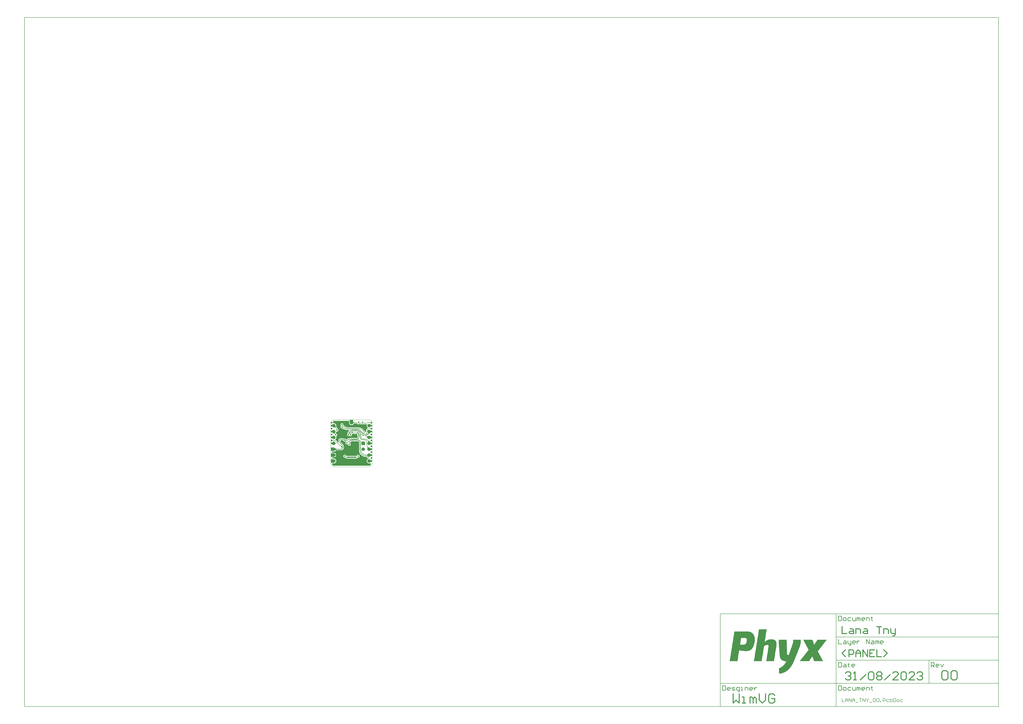
<source format=gbl>
G04*
G04 #@! TF.GenerationSoftware,Altium Limited,Altium Designer,23.8.1 (32)*
G04*
G04 Layer_Physical_Order=2*
G04 Layer_Color=40191*
%FSLAX25Y25*%
%MOIN*%
G70*
G04*
G04 #@! TF.SameCoordinates,792C4401-852F-49E4-8EEA-156BCAAEB04F*
G04*
G04*
G04 #@! TF.FilePolarity,Positive*
G04*
G01*
G75*
%ADD10C,0.00984*%
%ADD11C,0.00591*%
%ADD12C,0.00394*%
%ADD13C,0.00787*%
%ADD16C,0.01575*%
%ADD56C,0.00500*%
%ADD58C,0.01968*%
%ADD60C,0.02559*%
%ADD61C,0.02362*%
%ADD62R,0.02500X0.03150*%
%ADD63R,0.05906X0.05000*%
%ADD64C,0.05906*%
%ADD65R,0.05906X0.05906*%
%ADD66R,0.05000X0.05906*%
G36*
X67524Y74500D02*
X67519Y74547D01*
X67503Y74590D01*
X67478Y74628D01*
X67442Y74660D01*
X67396Y74687D01*
X67340Y74710D01*
X67273Y74727D01*
X67196Y74740D01*
X67109Y74748D01*
X67012Y74750D01*
Y75250D01*
X67109Y75252D01*
X67196Y75260D01*
X67273Y75273D01*
X67340Y75290D01*
X67396Y75313D01*
X67442Y75340D01*
X67478Y75372D01*
X67503Y75410D01*
X67519Y75453D01*
X67524Y75500D01*
Y74500D01*
D02*
G37*
G36*
X37455Y76722D02*
X38380Y75904D01*
X38650Y75704D01*
X38901Y75541D01*
X39133Y75414D01*
X39346Y75323D01*
X39539Y75268D01*
X39714Y75250D01*
Y74750D01*
X39539Y74732D01*
X39346Y74677D01*
X39133Y74586D01*
X38901Y74459D01*
X38650Y74296D01*
X38380Y74096D01*
X37783Y73587D01*
X37109Y72933D01*
Y77067D01*
X37455Y76722D01*
D02*
G37*
G36*
X20080Y71485D02*
X20103Y71201D01*
X20125Y71074D01*
X20153Y70956D01*
X20188Y70848D01*
X20229Y70749D01*
X20277Y70661D01*
X20331Y70582D01*
X20392Y70513D01*
X20038Y70159D01*
X19969Y70220D01*
X19890Y70275D01*
X19802Y70323D01*
X19703Y70364D01*
X19595Y70398D01*
X19478Y70426D01*
X19350Y70448D01*
X19213Y70463D01*
X18910Y70473D01*
X20079Y71642D01*
X20080Y71485D01*
D02*
G37*
G36*
X7954Y69481D02*
X8030Y68249D01*
X8079Y67917D01*
X8141Y67624D01*
X8215Y67370D01*
X8301Y67155D01*
X8399Y66980D01*
X8510Y66844D01*
X8156Y66490D01*
X8020Y66601D01*
X7845Y66699D01*
X7630Y66785D01*
X7376Y66859D01*
X7083Y66921D01*
X6751Y66970D01*
X5969Y67033D01*
X5029Y67047D01*
X7953Y69971D01*
X7954Y69481D01*
D02*
G37*
G36*
X20082Y67554D02*
X20109Y67273D01*
X20133Y67148D01*
X20164Y67033D01*
X20203Y66929D01*
X20248Y66835D01*
X20301Y66752D01*
X20361Y66679D01*
X20428Y66616D01*
X20075Y66259D01*
X19999Y66314D01*
X19915Y66363D01*
X19822Y66405D01*
X19720Y66442D01*
X19608Y66473D01*
X19488Y66497D01*
X19358Y66516D01*
X19072Y66535D01*
X18916Y66536D01*
X20079Y67711D01*
X20082Y67554D01*
D02*
G37*
G36*
X67524Y64500D02*
X67519Y64547D01*
X67503Y64590D01*
X67478Y64627D01*
X67442Y64660D01*
X67396Y64688D01*
X67340Y64710D01*
X67273Y64727D01*
X67196Y64740D01*
X67109Y64748D01*
X67012Y64750D01*
Y65250D01*
X67109Y65253D01*
X67196Y65260D01*
X67273Y65272D01*
X67340Y65290D01*
X67396Y65312D01*
X67442Y65340D01*
X67478Y65373D01*
X67503Y65410D01*
X67519Y65452D01*
X67524Y65500D01*
Y64500D01*
D02*
G37*
G36*
X10452Y64170D02*
X10498Y64084D01*
X10554Y63997D01*
X10620Y63907D01*
X10695Y63816D01*
X10876Y63629D01*
X10982Y63532D01*
X11223Y63334D01*
X9581Y63141D01*
X9673Y63263D01*
X9753Y63381D01*
X9819Y63495D01*
X9871Y63606D01*
X9910Y63713D01*
X9936Y63816D01*
X9948Y63916D01*
X9947Y64012D01*
X9932Y64104D01*
X9904Y64193D01*
X10417Y64254D01*
X10452Y64170D01*
D02*
G37*
G36*
X30866Y77993D02*
Y75271D01*
X30830Y75000D01*
X30866Y74729D01*
Y73819D01*
X31015D01*
X31389Y72915D01*
X32052Y72052D01*
X32915Y71389D01*
X33921Y70973D01*
X35000Y70831D01*
X36079Y70973D01*
X37085Y71389D01*
X37948Y72052D01*
X38611Y72915D01*
X38649Y73006D01*
X39005Y73310D01*
X39223Y73471D01*
X39330Y73541D01*
X42269D01*
X43055Y73537D01*
X43710Y73265D01*
X43713Y73268D01*
X43762Y73236D01*
X44302Y72821D01*
X44984Y72539D01*
X45660Y72450D01*
X45717Y72438D01*
Y72438D01*
X45717Y72438D01*
X59728D01*
X59728Y72438D01*
Y72438D01*
X59785Y72450D01*
X60461Y72539D01*
X60877Y72711D01*
X61358Y72123D01*
X61382Y72068D01*
X60973Y71079D01*
X60830Y70000D01*
X60973Y68921D01*
X61389Y67915D01*
X62052Y67052D01*
X62648Y66594D01*
X62656Y65801D01*
X62600Y65675D01*
X62189Y65455D01*
X61286Y64714D01*
X60545Y63811D01*
X59994Y62781D01*
X59655Y61663D01*
X59540Y60500D01*
X59541D01*
Y59268D01*
X58754Y59111D01*
X58670Y59313D01*
X57865Y60362D01*
X57854Y60351D01*
X54777Y63428D01*
X54783Y63433D01*
X53403Y64612D01*
X51855Y65560D01*
X50178Y66255D01*
X48413Y66679D01*
X46604Y66821D01*
Y66813D01*
X29381D01*
X29314Y66800D01*
X27691Y66960D01*
X26066Y67453D01*
X24569Y68253D01*
X23308Y69288D01*
X23270Y69344D01*
X21249Y71366D01*
X21306Y71654D01*
X21123Y72575D01*
X20601Y73357D01*
X19819Y73879D01*
X18898Y74062D01*
X17976Y73879D01*
X17195Y73357D01*
X16672Y72575D01*
X16489Y71654D01*
X16672Y70732D01*
X17002Y70238D01*
X17132Y69685D01*
X17002Y69132D01*
X16672Y68638D01*
X16489Y67716D01*
X16672Y66795D01*
X17195Y66013D01*
X17976Y65491D01*
X18898Y65308D01*
X19278Y65384D01*
X19826Y64916D01*
X21373Y63967D01*
X23050Y63273D01*
X24815Y62849D01*
X26625Y62707D01*
Y62714D01*
X30818D01*
X31109Y61927D01*
X30596Y61489D01*
X30402Y61323D01*
X30026Y60966D01*
X30026D01*
X29866Y60757D01*
X29168Y59847D01*
X28628Y58545D01*
X28444Y57147D01*
X28444D01*
X28242Y56443D01*
X28218Y56428D01*
X27696Y55646D01*
X27513Y54724D01*
X27696Y53803D01*
X28218Y53021D01*
X29000Y52499D01*
X29921Y52316D01*
X30843Y52499D01*
X31446Y52902D01*
X32216Y52388D01*
X33137Y52205D01*
X34059Y52388D01*
X34840Y52910D01*
X35362Y53692D01*
X35546Y54613D01*
X35411Y55291D01*
X35911Y55967D01*
X36351Y56004D01*
X36600Y55954D01*
X37093Y56053D01*
X37483Y55975D01*
X43834D01*
X43966Y55777D01*
X44722Y55272D01*
X44899Y55128D01*
X45157Y54506D01*
X45146Y54490D01*
X44963Y53569D01*
X45146Y52647D01*
X45665Y51870D01*
Y50127D01*
X45669Y50109D01*
X45575Y49638D01*
X45298Y49223D01*
X44883Y48946D01*
X44412Y48852D01*
X44394Y48856D01*
X31758D01*
Y48869D01*
X30352Y48684D01*
X29043Y48142D01*
X27918Y47279D01*
X27918D01*
X27244Y47005D01*
X25080D01*
X24303Y47525D01*
X23382Y47708D01*
X23037Y47639D01*
X22317Y48024D01*
X21003Y48423D01*
X19637Y48557D01*
Y48556D01*
X16730D01*
X16718Y48554D01*
X15764Y48428D01*
X14863Y48055D01*
X14089Y47461D01*
X13495Y46688D01*
X13122Y45787D01*
X12996Y44832D01*
X12994Y44820D01*
X12980D01*
X13165Y42941D01*
X13584Y41562D01*
X12888Y41144D01*
X9672Y44360D01*
X9672Y44360D01*
X9676Y44365D01*
X8590Y45257D01*
X7595Y45788D01*
X7451Y46482D01*
X7490Y46700D01*
X7948Y47052D01*
X8611Y47915D01*
X9027Y48921D01*
X9170Y50000D01*
X9027Y51079D01*
X8859Y51487D01*
X9189Y52106D01*
X9971Y52628D01*
X10493Y53409D01*
X10676Y54331D01*
X10493Y55252D01*
X9971Y56034D01*
X9189Y56556D01*
X8644Y56664D01*
X8279Y57483D01*
X8611Y57915D01*
X9027Y58921D01*
X9109Y59541D01*
X9196Y59658D01*
X9857Y60089D01*
X9950Y60101D01*
X10500Y59992D01*
X11422Y60175D01*
X12203Y60697D01*
X12725Y61478D01*
X12909Y62400D01*
X12725Y63322D01*
X12203Y64103D01*
X11581Y64519D01*
X11465Y64900D01*
X10862Y66029D01*
X10049Y67019D01*
X10049Y67019D01*
X9490Y67573D01*
X9094Y67970D01*
X9067Y68095D01*
X9029Y68354D01*
X8998Y68850D01*
X9027Y68921D01*
X9170Y70000D01*
X9027Y71079D01*
X8611Y72085D01*
X7948Y72948D01*
X7085Y73611D01*
X6079Y74027D01*
X5000Y74169D01*
X4468Y74099D01*
X3681Y74729D01*
Y77693D01*
X4127Y77878D01*
X4705Y77993D01*
X5000Y77993D01*
X30866Y77993D01*
D02*
G37*
G36*
X32854Y59021D02*
X32798Y58945D01*
X32757Y58864D01*
X32731Y58776D01*
X32719Y58683D01*
X32723Y58584D01*
X32742Y58480D01*
X32775Y58369D01*
X32824Y58253D01*
X32887Y58131D01*
X32966Y58003D01*
X31350Y58354D01*
X31488Y58443D01*
X31948Y58777D01*
X32040Y58856D01*
X32197Y59007D01*
X32262Y59080D01*
X32318Y59150D01*
X32854Y59021D01*
D02*
G37*
G36*
X44826Y57803D02*
X45322Y57828D01*
Y57132D01*
X45302Y57142D01*
X45263Y57151D01*
X45206Y57159D01*
X45037Y57172D01*
X44826Y57176D01*
Y56653D01*
X44722Y56754D01*
X44516Y56925D01*
X44414Y56994D01*
X44313Y57052D01*
X44213Y57100D01*
X44113Y57137D01*
X44014Y57164D01*
X43915Y57180D01*
X43817Y57185D01*
Y57776D01*
X43915Y57781D01*
X44014Y57797D01*
X44113Y57823D01*
X44213Y57861D01*
X44313Y57908D01*
X44414Y57967D01*
X44516Y58036D01*
X44619Y58116D01*
X44722Y58206D01*
X44826Y58307D01*
Y57803D01*
D02*
G37*
G36*
X53653Y58520D02*
X53732Y58465D01*
X53820Y58418D01*
X53919Y58376D01*
X54027Y58342D01*
X54144Y58314D01*
X54272Y58292D01*
X54409Y58278D01*
X54713Y58268D01*
X53543Y57098D01*
X53542Y57255D01*
X53519Y57539D01*
X53497Y57667D01*
X53469Y57784D01*
X53434Y57892D01*
X53393Y57991D01*
X53346Y58079D01*
X53291Y58158D01*
X53230Y58227D01*
X53584Y58581D01*
X53653Y58520D01*
D02*
G37*
G36*
X61256Y57287D02*
X61273Y57193D01*
X61303Y57096D01*
X61343Y56998D01*
X61396Y56898D01*
X61460Y56797D01*
X61536Y56693D01*
X61623Y56588D01*
X61722Y56481D01*
X61833Y56372D01*
X60180Y56339D01*
X60288Y56454D01*
X60471Y56675D01*
X60545Y56783D01*
X60607Y56887D01*
X60659Y56989D01*
X60699Y57088D01*
X60727Y57184D01*
X60744Y57278D01*
X60750Y57369D01*
X61250Y57380D01*
X61256Y57287D01*
D02*
G37*
G36*
X46854Y57375D02*
X46866Y57283D01*
X46887Y57191D01*
X46916Y57099D01*
X46955Y57009D01*
X47002Y56919D01*
X47058Y56830D01*
X47122Y56742D01*
X47196Y56655D01*
X47278Y56568D01*
X46582Y55872D01*
X46495Y55954D01*
X46407Y56027D01*
X46319Y56092D01*
X46230Y56148D01*
X46141Y56195D01*
X46050Y56233D01*
X45959Y56263D01*
X45867Y56284D01*
X45774Y56296D01*
X45681Y56299D01*
X46850Y57468D01*
X46854Y57375D01*
D02*
G37*
G36*
X7151Y57933D02*
X6978Y57658D01*
X6841Y57401D01*
X6739Y57160D01*
X6673Y56937D01*
X6642Y56731D01*
X6647Y56542D01*
X6688Y56370D01*
X6763Y56215D01*
X6875Y56077D01*
X6521Y55724D01*
X6369Y55865D01*
X6190Y56009D01*
X5986Y56157D01*
X5498Y56464D01*
X4905Y56785D01*
X3821Y57293D01*
X7359Y58224D01*
X7151Y57933D01*
D02*
G37*
G36*
X55907Y56918D02*
X55930Y56634D01*
X55952Y56507D01*
X55980Y56389D01*
X56014Y56281D01*
X56055Y56182D01*
X56103Y56094D01*
X56158Y56015D01*
X56218Y55946D01*
X55865Y55593D01*
X55796Y55653D01*
X55717Y55708D01*
X55629Y55756D01*
X55530Y55797D01*
X55422Y55831D01*
X55304Y55859D01*
X55177Y55881D01*
X55040Y55896D01*
X54736Y55906D01*
X55905Y57075D01*
X55907Y56918D01*
D02*
G37*
G36*
X30177Y56495D02*
X30194Y56401D01*
X30223Y56305D01*
X30264Y56206D01*
X30315Y56105D01*
X30379Y56002D01*
X30454Y55897D01*
X30540Y55790D01*
X30748Y55568D01*
X29094D01*
X29204Y55680D01*
X29389Y55897D01*
X29464Y56002D01*
X29527Y56105D01*
X29579Y56206D01*
X29619Y56305D01*
X29648Y56401D01*
X29665Y56495D01*
X29671Y56587D01*
X30171D01*
X30177Y56495D01*
D02*
G37*
G36*
X66674Y57567D02*
X66213Y57248D01*
X64069Y55560D01*
X63993Y55458D01*
X63468Y55557D01*
X63551Y55730D01*
X63596Y55924D01*
X63603Y56141D01*
X63573Y56380D01*
X63505Y56641D01*
X63400Y56924D01*
X63257Y57229D01*
X63076Y57557D01*
X62857Y57906D01*
X62601Y58278D01*
X66674Y57567D01*
D02*
G37*
G36*
X34301Y56045D02*
X34277Y55957D01*
X34258Y55862D01*
X34244Y55758D01*
X34236Y55647D01*
X34236Y55399D01*
X34245Y55264D01*
X34302Y54808D01*
X32966Y55782D01*
X33115Y55808D01*
X33252Y55841D01*
X33375Y55881D01*
X33485Y55928D01*
X33582Y55982D01*
X33666Y56042D01*
X33737Y56109D01*
X33795Y56184D01*
X33840Y56265D01*
X33872Y56352D01*
X34301Y56045D01*
D02*
G37*
G36*
X47867Y55232D02*
X47877Y55118D01*
X47894Y55010D01*
X47917Y54908D01*
X47947Y54811D01*
X47984Y54720D01*
X48028Y54634D01*
X48078Y54555D01*
X48135Y54480D01*
X48198Y54412D01*
X46545Y54412D01*
X46608Y54480D01*
X46665Y54555D01*
X46715Y54634D01*
X46759Y54720D01*
X46796Y54811D01*
X46826Y54908D01*
X46849Y55010D01*
X46866Y55118D01*
X46876Y55232D01*
X46879Y55351D01*
X47864D01*
X47867Y55232D01*
D02*
G37*
G36*
X7196Y55764D02*
X7275Y55709D01*
X7364Y55662D01*
X7462Y55621D01*
X7570Y55586D01*
X7688Y55558D01*
X7815Y55537D01*
X7952Y55522D01*
X8256Y55512D01*
X7087Y54343D01*
X7085Y54499D01*
X7062Y54783D01*
X7040Y54911D01*
X7012Y55028D01*
X6978Y55137D01*
X6937Y55235D01*
X6889Y55323D01*
X6835Y55402D01*
X6774Y55471D01*
X7127Y55825D01*
X7196Y55764D01*
D02*
G37*
G36*
X53653Y54976D02*
X53732Y54922D01*
X53820Y54874D01*
X53919Y54833D01*
X54027Y54799D01*
X54144Y54771D01*
X54272Y54749D01*
X54409Y54734D01*
X54713Y54724D01*
X53543Y53555D01*
X53542Y53712D01*
X53519Y53996D01*
X53497Y54123D01*
X53469Y54241D01*
X53434Y54349D01*
X53393Y54447D01*
X53346Y54536D01*
X53291Y54615D01*
X53230Y54684D01*
X53584Y55037D01*
X53653Y54976D01*
D02*
G37*
G36*
X48135Y52657D02*
X48078Y52583D01*
X48028Y52503D01*
X47984Y52417D01*
X47947Y52326D01*
X47917Y52230D01*
X47894Y52127D01*
X47877Y52019D01*
X47867Y51906D01*
X47864Y51786D01*
X46879D01*
X46876Y51906D01*
X46866Y52019D01*
X46849Y52127D01*
X46826Y52230D01*
X46796Y52326D01*
X46759Y52417D01*
X46715Y52503D01*
X46665Y52583D01*
X46608Y52657D01*
X46545Y52725D01*
X48198D01*
X48135Y52657D01*
D02*
G37*
G36*
X62534Y48376D02*
X60504Y51144D01*
X60619Y51675D01*
X60786Y51580D01*
X60977Y51524D01*
X61190Y51505D01*
X61427Y51524D01*
X61686Y51581D01*
X61968Y51675D01*
X62273Y51808D01*
X62602Y51978D01*
X62953Y52187D01*
X63327Y52433D01*
X62534Y48376D01*
D02*
G37*
G36*
X22367Y46663D02*
X22586Y46572D01*
X22690Y46537D01*
X22887Y46488D01*
X22980Y46473D01*
X23070Y46466D01*
X23156Y46465D01*
X23238Y46472D01*
X22207Y45180D01*
X22191Y45279D01*
X22166Y45372D01*
X22132Y45461D01*
X22087Y45544D01*
X22033Y45622D01*
X21969Y45695D01*
X21895Y45762D01*
X21812Y45824D01*
X21719Y45880D01*
X21616Y45932D01*
X22252Y46718D01*
X22367Y46663D01*
D02*
G37*
G36*
X2481Y45452D02*
X2496Y45410D01*
X2522Y45373D01*
X2558Y45340D01*
X2604Y45312D01*
X2660Y45290D01*
X2727Y45272D01*
X2804Y45260D01*
X2891Y45252D01*
X2988Y45250D01*
Y44750D01*
X2891Y44747D01*
X2804Y44740D01*
X2727Y44728D01*
X2660Y44710D01*
X2604Y44688D01*
X2558Y44660D01*
X2522Y44627D01*
X2496Y44590D01*
X2481Y44548D01*
X2476Y44500D01*
Y45500D01*
X2481Y45452D01*
D02*
G37*
G36*
X24294Y46063D02*
X24368Y46006D01*
X24447Y45956D01*
X24533Y45912D01*
X24624Y45875D01*
X24721Y45845D01*
X24823Y45822D01*
X24931Y45805D01*
X25045Y45795D01*
X25164Y45792D01*
Y44807D01*
X25045Y44804D01*
X24931Y44794D01*
X24823Y44777D01*
X24721Y44754D01*
X24624Y44724D01*
X24533Y44687D01*
X24447Y44643D01*
X24368Y44593D01*
X24294Y44536D01*
X24225Y44473D01*
Y46126D01*
X24294Y46063D01*
D02*
G37*
G36*
X63623Y44327D02*
X63734Y44247D01*
X64704Y43628D01*
X66513Y42536D01*
X62495Y41563D01*
X62720Y41942D01*
X63055Y42624D01*
X63165Y42928D01*
X63237Y43207D01*
X63270Y43460D01*
X63265Y43689D01*
X63222Y43893D01*
X63140Y44072D01*
X63020Y44226D01*
X63564Y44378D01*
X63623Y44327D01*
D02*
G37*
G36*
X28429Y41724D02*
X28368Y41655D01*
X28314Y41576D01*
X28266Y41487D01*
X28225Y41389D01*
X28190Y41281D01*
X28162Y41163D01*
X28141Y41036D01*
X28126Y40899D01*
X28116Y40595D01*
X26947Y41764D01*
X27103Y41766D01*
X27387Y41789D01*
X27515Y41810D01*
X27633Y41838D01*
X27741Y41873D01*
X27839Y41914D01*
X27928Y41962D01*
X28006Y42016D01*
X28075Y42077D01*
X28429Y41724D01*
D02*
G37*
G36*
X31554Y39869D02*
X31564Y39783D01*
X31582Y39701D01*
X31607Y39625D01*
X31638Y39554D01*
X31677Y39488D01*
X31723Y39428D01*
X31776Y39373D01*
X31836Y39323D01*
X31904Y39278D01*
X30696D01*
X30764Y39323D01*
X30824Y39373D01*
X30877Y39428D01*
X30923Y39488D01*
X30962Y39554D01*
X30993Y39625D01*
X31018Y39701D01*
X31036Y39783D01*
X31047Y39869D01*
X31050Y39961D01*
X31550D01*
X31554Y39869D01*
D02*
G37*
G36*
X17039Y35291D02*
X17118Y35237D01*
X17206Y35189D01*
X17304Y35148D01*
X17412Y35113D01*
X17530Y35085D01*
X17658Y35064D01*
X17795Y35049D01*
X18098Y35039D01*
X16929Y33870D01*
X16928Y34027D01*
X16904Y34311D01*
X16883Y34438D01*
X16855Y34556D01*
X16820Y34664D01*
X16779Y34762D01*
X16731Y34851D01*
X16677Y34930D01*
X16616Y34999D01*
X16970Y35352D01*
X17039Y35291D01*
D02*
G37*
G36*
X62320Y33652D02*
X62463Y33514D01*
X62646Y33390D01*
X62870Y33281D01*
X63133Y33188D01*
X63437Y33111D01*
X63781Y33048D01*
X64166Y33001D01*
X65055Y32952D01*
X62049Y30114D01*
X62066Y30640D01*
X62024Y32630D01*
X61990Y32900D01*
X61948Y33127D01*
X61897Y33311D01*
X61838Y33453D01*
X62217Y33807D01*
X62320Y33652D01*
D02*
G37*
G36*
X20570Y45035D02*
X21067Y44829D01*
X21157Y44378D01*
X21679Y43596D01*
X22460Y43074D01*
X23382Y42891D01*
X24303Y43074D01*
X25080Y43593D01*
X25924D01*
X26013Y42808D01*
X25232Y42286D01*
X24710Y41505D01*
X24526Y40583D01*
X24710Y39661D01*
X25232Y38880D01*
X26013Y38358D01*
X26935Y38175D01*
X27856Y38358D01*
X28146Y38552D01*
X28472Y38425D01*
X28920Y38121D01*
X29075Y37341D01*
X29597Y36560D01*
X30378Y36038D01*
X31300Y35855D01*
X32222Y36038D01*
X33003Y36560D01*
X33525Y37341D01*
X33709Y38263D01*
X33525Y39185D01*
X33003Y39966D01*
X32772Y40120D01*
X32870Y40859D01*
X33216Y41696D01*
X33768Y42414D01*
X34486Y42966D01*
X35323Y43312D01*
X36197Y43427D01*
X36220Y43423D01*
X46722D01*
Y43420D01*
X47111Y43343D01*
X47441Y43123D01*
X47661Y42793D01*
X47738Y42404D01*
X47741D01*
Y28400D01*
X47734D01*
X47875Y26606D01*
X48295Y24857D01*
X48983Y23194D01*
X49924Y21660D01*
X51092Y20292D01*
X52460Y19123D01*
X53994Y18183D01*
X55657Y17495D01*
X57406Y17075D01*
X59200Y16933D01*
Y16933D01*
X59948Y16845D01*
X60645Y16556D01*
X61236Y16103D01*
X61241Y16095D01*
X62886Y14451D01*
X62897Y14116D01*
X62744Y13479D01*
X62052Y12948D01*
X61389Y12085D01*
X60973Y11079D01*
X60830Y10000D01*
X60973Y8921D01*
X61389Y7915D01*
X62052Y7052D01*
X62915Y6389D01*
X63921Y5973D01*
X65000Y5830D01*
X66079Y5973D01*
X67085Y6389D01*
X67206Y6482D01*
X67993Y6094D01*
X67993Y4705D01*
X67878Y4127D01*
X67652Y3582D01*
X67325Y3092D01*
X66908Y2675D01*
X66418Y2348D01*
X65873Y2122D01*
X65295Y2007D01*
X65000Y2007D01*
X5000Y2007D01*
X4705Y2007D01*
X4127Y2122D01*
X3582Y2348D01*
X3092Y2675D01*
X2675Y3092D01*
X2348Y3582D01*
X2122Y4127D01*
X2007Y4705D01*
X2007Y5866D01*
X4729D01*
X5000Y5830D01*
X5271Y5866D01*
X6181D01*
Y6015D01*
X7085Y6389D01*
X7948Y7052D01*
X8611Y7915D01*
X9027Y8921D01*
X9170Y10000D01*
X9027Y11079D01*
X8611Y12085D01*
X7948Y12948D01*
X7085Y13611D01*
X6181Y13985D01*
Y14134D01*
X5271D01*
X5000Y14169D01*
X4729Y14134D01*
X2007D01*
Y16047D01*
X4500D01*
Y20000D01*
Y23953D01*
X2007D01*
Y25866D01*
X4729D01*
X5000Y25831D01*
X5271Y25866D01*
X6181D01*
Y26015D01*
X7085Y26389D01*
X7948Y27052D01*
X8611Y27915D01*
X8631Y27964D01*
X8839Y28120D01*
X9047Y28257D01*
X9113Y28294D01*
X17325D01*
Y28286D01*
X18551Y28448D01*
X19693Y28921D01*
X20673Y29673D01*
X21426Y30654D01*
X21898Y31795D01*
X22060Y33021D01*
X22052D01*
Y34061D01*
X22005Y34295D01*
X21950Y34862D01*
X21508Y36319D01*
X20790Y37661D01*
X19824Y38838D01*
X19821Y38835D01*
X18223Y40433D01*
X18187Y40457D01*
X17441Y41366D01*
X16867Y42441D01*
X16513Y43607D01*
X16428Y44465D01*
X16445Y44504D01*
X16991Y45106D01*
X17070Y45144D01*
X19637D01*
X19678Y45153D01*
X20570Y45035D01*
D02*
G37*
G36*
X7412Y31768D02*
X7989Y31264D01*
X8262Y31059D01*
X8524Y30886D01*
X8776Y30744D01*
X9019Y30634D01*
X9250Y30555D01*
X9472Y30508D01*
X9683Y30492D01*
Y29508D01*
X9472Y29492D01*
X9250Y29445D01*
X9019Y29366D01*
X8776Y29256D01*
X8524Y29114D01*
X8262Y28941D01*
X7989Y28736D01*
X7412Y28232D01*
X7109Y27933D01*
Y32067D01*
X7412Y31768D01*
D02*
G37*
G36*
X62758Y18078D02*
X62477Y18396D01*
X61944Y18931D01*
X61693Y19148D01*
X61452Y19332D01*
X61221Y19482D01*
X61001Y19600D01*
X60790Y19683D01*
X60590Y19733D01*
X60400Y19750D01*
Y20250D01*
X60590Y20267D01*
X60790Y20317D01*
X61001Y20401D01*
X61221Y20517D01*
X61452Y20668D01*
X61693Y20852D01*
X61944Y21069D01*
X62477Y21604D01*
X62758Y21922D01*
Y18078D01*
D02*
G37*
G36*
X65255Y13482D02*
X65270Y13374D01*
X65295Y13276D01*
X65331Y13187D01*
X65376Y13108D01*
X65432Y13038D01*
X65497Y12978D01*
X65573Y12927D01*
X65659Y12886D01*
X65755Y12855D01*
X64245D01*
X64341Y12886D01*
X64427Y12927D01*
X64503Y12978D01*
X64568Y13038D01*
X64624Y13108D01*
X64669Y13187D01*
X64705Y13276D01*
X64730Y13374D01*
X64745Y13482D01*
X64750Y13600D01*
X65250D01*
X65255Y13482D01*
D02*
G37*
G36*
X841951Y-293603D02*
X841665D01*
Y-293889D01*
X841378D01*
Y-294176D01*
Y-294462D01*
X841092D01*
Y-294748D01*
X840806D01*
Y-295035D01*
X840519D01*
Y-295321D01*
Y-295607D01*
X840233D01*
Y-295894D01*
X839947D01*
Y-296180D01*
X839660D01*
Y-296466D01*
X839374D01*
Y-296752D01*
Y-297039D01*
X839088D01*
Y-297325D01*
X838801D01*
Y-297611D01*
X838515D01*
Y-297898D01*
Y-298184D01*
X838229D01*
Y-298470D01*
X837943D01*
Y-298757D01*
X837656D01*
Y-299043D01*
X837370D01*
Y-299329D01*
Y-299616D01*
X837084D01*
Y-299902D01*
X836797D01*
Y-300188D01*
X836511D01*
Y-300475D01*
Y-300761D01*
X836225D01*
Y-301047D01*
X835938D01*
Y-301333D01*
X835652D01*
Y-301620D01*
Y-301906D01*
X835366D01*
Y-302192D01*
X835079D01*
Y-302479D01*
X834793D01*
Y-302765D01*
X834507D01*
Y-303051D01*
Y-303338D01*
X834221D01*
Y-303624D01*
X833934D01*
Y-303910D01*
X833648D01*
Y-304197D01*
Y-304483D01*
X833362D01*
Y-304769D01*
X833075D01*
Y-305055D01*
X832789D01*
Y-305342D01*
Y-305628D01*
X832503D01*
Y-305914D01*
X832216D01*
Y-306201D01*
X831930D01*
Y-306487D01*
X831644D01*
Y-306773D01*
Y-307060D01*
X831357D01*
Y-307346D01*
X831071D01*
Y-307632D01*
X830785D01*
Y-307919D01*
Y-308205D01*
X830499D01*
Y-308491D01*
X830212D01*
Y-308778D01*
X829926D01*
Y-309064D01*
Y-309350D01*
X829640D01*
Y-309636D01*
X829353D01*
Y-309923D01*
X829067D01*
Y-310209D01*
X828781D01*
Y-310495D01*
Y-310782D01*
X828494D01*
Y-311068D01*
X828208D01*
Y-311354D01*
X827922D01*
Y-311641D01*
Y-311927D01*
X827635D01*
Y-312213D01*
X827349D01*
Y-312500D01*
X827063D01*
Y-312786D01*
X826776D01*
Y-313072D01*
Y-313359D01*
X827063D01*
Y-313645D01*
Y-313931D01*
X827349D01*
Y-314217D01*
Y-314504D01*
X827635D01*
Y-314790D01*
X827922D01*
Y-315076D01*
Y-315363D01*
X828208D01*
Y-315649D01*
Y-315935D01*
X828494D01*
Y-316222D01*
Y-316508D01*
X828781D01*
Y-316794D01*
Y-317081D01*
X829067D01*
Y-317367D01*
Y-317653D01*
X829353D01*
Y-317940D01*
Y-318226D01*
X829640D01*
Y-318512D01*
Y-318798D01*
X829926D01*
Y-319085D01*
Y-319371D01*
X830212D01*
Y-319657D01*
X830499D01*
Y-319944D01*
Y-320230D01*
X830785D01*
Y-320516D01*
Y-320803D01*
X831071D01*
Y-321089D01*
Y-321375D01*
X831357D01*
Y-321662D01*
Y-321948D01*
X831644D01*
Y-322234D01*
Y-322521D01*
X831930D01*
Y-322807D01*
Y-323093D01*
X832216D01*
Y-323379D01*
Y-323666D01*
X832503D01*
Y-323952D01*
X832789D01*
Y-324238D01*
Y-324525D01*
X833075D01*
Y-324811D01*
Y-325097D01*
X833362D01*
Y-325384D01*
Y-325670D01*
X833648D01*
Y-325956D01*
Y-326243D01*
X833934D01*
Y-326529D01*
Y-326815D01*
X834221D01*
Y-327102D01*
Y-327388D01*
X834507D01*
Y-327674D01*
Y-327960D01*
X834793D01*
Y-328247D01*
X835079D01*
Y-328533D01*
Y-328819D01*
X835366D01*
Y-329106D01*
Y-329392D01*
X835652D01*
Y-329678D01*
X820477D01*
Y-329392D01*
X820191D01*
Y-329106D01*
Y-328819D01*
Y-328533D01*
X819905D01*
Y-328247D01*
Y-327960D01*
Y-327674D01*
X819619D01*
Y-327388D01*
Y-327102D01*
X819332D01*
Y-326815D01*
Y-326529D01*
Y-326243D01*
X819046D01*
Y-325956D01*
Y-325670D01*
Y-325384D01*
X818760D01*
Y-325097D01*
Y-324811D01*
X818473D01*
Y-324525D01*
Y-324238D01*
Y-323952D01*
X818187D01*
Y-323666D01*
Y-323379D01*
Y-323093D01*
X817901D01*
Y-322807D01*
Y-322521D01*
Y-322234D01*
X817614D01*
Y-321948D01*
X817042D01*
Y-322234D01*
Y-322521D01*
X816755D01*
Y-322807D01*
X816469D01*
Y-323093D01*
Y-323379D01*
X816183D01*
Y-323666D01*
X815897D01*
Y-323952D01*
Y-324238D01*
X815610D01*
Y-324525D01*
X815324D01*
Y-324811D01*
Y-325097D01*
X815038D01*
Y-325384D01*
X814751D01*
Y-325670D01*
X814465D01*
Y-325956D01*
Y-326243D01*
X814179D01*
Y-326529D01*
X813892D01*
Y-326815D01*
Y-327102D01*
X813606D01*
Y-327388D01*
X813320D01*
Y-327674D01*
Y-327960D01*
X813033D01*
Y-328247D01*
X812747D01*
Y-328533D01*
Y-328819D01*
X812461D01*
Y-329106D01*
X812174D01*
Y-329392D01*
Y-329678D01*
X796141D01*
Y-329392D01*
X796427D01*
Y-329106D01*
X796714D01*
Y-328819D01*
X797000D01*
Y-328533D01*
X797286D01*
Y-328247D01*
Y-327960D01*
X797573D01*
Y-327674D01*
X797859D01*
Y-327388D01*
X798145D01*
Y-327102D01*
X798431D01*
Y-326815D01*
Y-326529D01*
X798718D01*
Y-326243D01*
X799004D01*
Y-325956D01*
X799290D01*
Y-325670D01*
Y-325384D01*
X799577D01*
Y-325097D01*
X799863D01*
Y-324811D01*
X800149D01*
Y-324525D01*
X800436D01*
Y-324238D01*
Y-323952D01*
X800722D01*
Y-323666D01*
X801008D01*
Y-323379D01*
X801295D01*
Y-323093D01*
X801581D01*
Y-322807D01*
Y-322521D01*
X801867D01*
Y-322234D01*
X802153D01*
Y-321948D01*
X802440D01*
Y-321662D01*
Y-321375D01*
X802726D01*
Y-321089D01*
X803012D01*
Y-320803D01*
X803299D01*
Y-320516D01*
X803585D01*
Y-320230D01*
Y-319944D01*
X803871D01*
Y-319657D01*
X804158D01*
Y-319371D01*
X804444D01*
Y-319085D01*
Y-318798D01*
X804730D01*
Y-318512D01*
X805017D01*
Y-318226D01*
X805303D01*
Y-317940D01*
X805589D01*
Y-317653D01*
Y-317367D01*
X805876D01*
Y-317081D01*
X806162D01*
Y-316794D01*
X806448D01*
Y-316508D01*
Y-316222D01*
X806734D01*
Y-315935D01*
X807021D01*
Y-315649D01*
X807307D01*
Y-315363D01*
X807594D01*
Y-315076D01*
Y-314790D01*
X807880D01*
Y-314504D01*
X808166D01*
Y-314217D01*
X808452D01*
Y-313931D01*
X808739D01*
Y-313645D01*
Y-313359D01*
X809025D01*
Y-313072D01*
X809311D01*
Y-312786D01*
X809598D01*
Y-312500D01*
Y-312213D01*
X809884D01*
Y-311927D01*
X810170D01*
Y-311641D01*
X810457D01*
Y-311354D01*
X810743D01*
Y-311068D01*
Y-310782D01*
X811029D01*
Y-310495D01*
Y-310209D01*
Y-309923D01*
X810743D01*
Y-309636D01*
X810457D01*
Y-309350D01*
Y-309064D01*
X810170D01*
Y-308778D01*
Y-308491D01*
X809884D01*
Y-308205D01*
Y-307919D01*
X809598D01*
Y-307632D01*
Y-307346D01*
X809311D01*
Y-307060D01*
Y-306773D01*
X809025D01*
Y-306487D01*
Y-306201D01*
X808739D01*
Y-305914D01*
X808452D01*
Y-305628D01*
Y-305342D01*
X808166D01*
Y-305055D01*
Y-304769D01*
X807880D01*
Y-304483D01*
Y-304197D01*
X807594D01*
Y-303910D01*
Y-303624D01*
X807307D01*
Y-303338D01*
Y-303051D01*
X807021D01*
Y-302765D01*
Y-302479D01*
X806734D01*
Y-302192D01*
X806448D01*
Y-301906D01*
Y-301620D01*
X806162D01*
Y-301333D01*
Y-301047D01*
X805876D01*
Y-300761D01*
Y-300475D01*
X805589D01*
Y-300188D01*
Y-299902D01*
X805303D01*
Y-299616D01*
Y-299329D01*
X805017D01*
Y-299043D01*
Y-298757D01*
X804730D01*
Y-298470D01*
Y-298184D01*
X804444D01*
Y-297898D01*
X804158D01*
Y-297611D01*
Y-297325D01*
X803871D01*
Y-297039D01*
Y-296752D01*
X803585D01*
Y-296466D01*
Y-296180D01*
X803299D01*
Y-295894D01*
Y-295607D01*
X803012D01*
Y-295321D01*
Y-295035D01*
X802726D01*
Y-294748D01*
Y-294462D01*
X802440D01*
Y-294176D01*
X802153D01*
Y-293889D01*
Y-293603D01*
X801867D01*
Y-293317D01*
X817614D01*
Y-293603D01*
X817901D01*
Y-293889D01*
Y-294176D01*
Y-294462D01*
X818187D01*
Y-294748D01*
Y-295035D01*
Y-295321D01*
X818473D01*
Y-295607D01*
Y-295894D01*
Y-296180D01*
X818760D01*
Y-296466D01*
Y-296752D01*
Y-297039D01*
X819046D01*
Y-297325D01*
Y-297611D01*
Y-297898D01*
X819332D01*
Y-298184D01*
Y-298470D01*
Y-298757D01*
X819619D01*
Y-299043D01*
Y-299329D01*
Y-299616D01*
X819905D01*
Y-299902D01*
Y-300188D01*
Y-300475D01*
X820191D01*
Y-300761D01*
Y-301047D01*
Y-301333D01*
Y-301620D01*
X820764D01*
Y-301333D01*
X821050D01*
Y-301047D01*
X821336D01*
Y-300761D01*
Y-300475D01*
X821623D01*
Y-300188D01*
X821909D01*
Y-299902D01*
Y-299616D01*
X822195D01*
Y-299329D01*
X822482D01*
Y-299043D01*
Y-298757D01*
X822768D01*
Y-298470D01*
X823054D01*
Y-298184D01*
Y-297898D01*
X823341D01*
Y-297611D01*
X823627D01*
Y-297325D01*
Y-297039D01*
X823913D01*
Y-296752D01*
X824200D01*
Y-296466D01*
Y-296180D01*
X824486D01*
Y-295894D01*
X824772D01*
Y-295607D01*
Y-295321D01*
X825058D01*
Y-295035D01*
X825345D01*
Y-294748D01*
Y-294462D01*
X825631D01*
Y-294176D01*
X825918D01*
Y-293889D01*
Y-293603D01*
X826204D01*
Y-293317D01*
X841951D01*
Y-293603D01*
D02*
G37*
G36*
X708815Y-279574D02*
X710533D01*
Y-279860D01*
X711392D01*
Y-280146D01*
X712251D01*
Y-280433D01*
X713110D01*
Y-280719D01*
X713683D01*
Y-281005D01*
X713969D01*
Y-281292D01*
X714542D01*
Y-281578D01*
X714828D01*
Y-281864D01*
X715401D01*
Y-282151D01*
X715687D01*
Y-282437D01*
X715973D01*
Y-282723D01*
X716260D01*
Y-283009D01*
X716546D01*
Y-283296D01*
X716832D01*
Y-283582D01*
X717119D01*
Y-283868D01*
Y-284155D01*
X717405D01*
Y-284441D01*
X717691D01*
Y-284727D01*
Y-285014D01*
X717978D01*
Y-285300D01*
X718264D01*
Y-285586D01*
Y-285873D01*
X718550D01*
Y-286159D01*
Y-286445D01*
Y-286732D01*
X718836D01*
Y-287018D01*
Y-287304D01*
Y-287590D01*
X719123D01*
Y-287877D01*
Y-288163D01*
Y-288449D01*
Y-288736D01*
X719409D01*
Y-289022D01*
Y-289308D01*
Y-289595D01*
Y-289881D01*
Y-290167D01*
X719695D01*
Y-290454D01*
Y-290740D01*
Y-291026D01*
Y-291313D01*
Y-291599D01*
Y-291885D01*
Y-292171D01*
Y-292458D01*
Y-292744D01*
Y-293030D01*
Y-293317D01*
Y-293603D01*
Y-293889D01*
Y-294176D01*
Y-294462D01*
Y-294748D01*
Y-295035D01*
Y-295321D01*
Y-295607D01*
Y-295894D01*
X719409D01*
Y-296180D01*
Y-296466D01*
Y-296752D01*
Y-297039D01*
Y-297325D01*
Y-297611D01*
Y-297898D01*
X719123D01*
Y-298184D01*
Y-298470D01*
Y-298757D01*
Y-299043D01*
Y-299329D01*
X718836D01*
Y-299616D01*
Y-299902D01*
Y-300188D01*
Y-300475D01*
Y-300761D01*
X718550D01*
Y-301047D01*
Y-301333D01*
Y-301620D01*
X718264D01*
Y-301906D01*
Y-302192D01*
Y-302479D01*
Y-302765D01*
X717978D01*
Y-303051D01*
Y-303338D01*
Y-303624D01*
X717691D01*
Y-303910D01*
Y-304197D01*
X717405D01*
Y-304483D01*
Y-304769D01*
Y-305055D01*
X717119D01*
Y-305342D01*
Y-305628D01*
X716832D01*
Y-305914D01*
Y-306201D01*
X716546D01*
Y-306487D01*
Y-306773D01*
X716260D01*
Y-307060D01*
X715973D01*
Y-307346D01*
Y-307632D01*
X715687D01*
Y-307919D01*
X715401D01*
Y-308205D01*
X715114D01*
Y-308491D01*
Y-308778D01*
X714828D01*
Y-309064D01*
X714542D01*
Y-309350D01*
X714256D01*
Y-309636D01*
X713969D01*
Y-309923D01*
X713683D01*
Y-310209D01*
X713110D01*
Y-310495D01*
X712824D01*
Y-310782D01*
X712251D01*
Y-311068D01*
X711965D01*
Y-311354D01*
X711392D01*
Y-311641D01*
X710533D01*
Y-311927D01*
X709674D01*
Y-312213D01*
X708815D01*
Y-312500D01*
X707098D01*
Y-312786D01*
X701944D01*
Y-312500D01*
X699367D01*
Y-312213D01*
X697363D01*
Y-311927D01*
X695931D01*
Y-311641D01*
X694500D01*
Y-311354D01*
X693068D01*
Y-311641D01*
Y-311927D01*
Y-312213D01*
Y-312500D01*
Y-312786D01*
Y-313072D01*
Y-313359D01*
X692782D01*
Y-313645D01*
Y-313931D01*
Y-314217D01*
Y-314504D01*
Y-314790D01*
Y-315076D01*
X692496D01*
Y-315363D01*
Y-315649D01*
Y-315935D01*
Y-316222D01*
Y-316508D01*
Y-316794D01*
X692209D01*
Y-317081D01*
Y-317367D01*
Y-317653D01*
Y-317940D01*
Y-318226D01*
Y-318512D01*
Y-318798D01*
X691923D01*
Y-319085D01*
Y-319371D01*
Y-319657D01*
Y-319944D01*
Y-320230D01*
Y-320516D01*
X691637D01*
Y-320803D01*
Y-321089D01*
Y-321375D01*
Y-321662D01*
Y-321948D01*
Y-322234D01*
X691350D01*
Y-322521D01*
Y-322807D01*
Y-323093D01*
Y-323379D01*
Y-323666D01*
Y-323952D01*
Y-324238D01*
X691064D01*
Y-324525D01*
Y-324811D01*
Y-325097D01*
Y-325384D01*
Y-325670D01*
Y-325956D01*
X690778D01*
Y-326243D01*
Y-326529D01*
Y-326815D01*
Y-327102D01*
Y-327388D01*
Y-327674D01*
X690491D01*
Y-327960D01*
Y-328247D01*
Y-328533D01*
Y-328819D01*
Y-329106D01*
Y-329392D01*
Y-329678D01*
X677035D01*
Y-329392D01*
X677321D01*
Y-329106D01*
Y-328819D01*
Y-328533D01*
Y-328247D01*
Y-327960D01*
X677607D01*
Y-327674D01*
Y-327388D01*
Y-327102D01*
Y-326815D01*
Y-326529D01*
Y-326243D01*
Y-325956D01*
X677894D01*
Y-325670D01*
Y-325384D01*
Y-325097D01*
Y-324811D01*
Y-324525D01*
Y-324238D01*
X678180D01*
Y-323952D01*
Y-323666D01*
Y-323379D01*
Y-323093D01*
Y-322807D01*
Y-322521D01*
X678466D01*
Y-322234D01*
Y-321948D01*
Y-321662D01*
Y-321375D01*
Y-321089D01*
Y-320803D01*
Y-320516D01*
X678753D01*
Y-320230D01*
Y-319944D01*
Y-319657D01*
Y-319371D01*
Y-319085D01*
Y-318798D01*
X679039D01*
Y-318512D01*
Y-318226D01*
Y-317940D01*
Y-317653D01*
Y-317367D01*
Y-317081D01*
X679325D01*
Y-316794D01*
Y-316508D01*
Y-316222D01*
Y-315935D01*
Y-315649D01*
Y-315363D01*
X679612D01*
Y-315076D01*
Y-314790D01*
Y-314504D01*
Y-314217D01*
Y-313931D01*
Y-313645D01*
Y-313359D01*
X679898D01*
Y-313072D01*
Y-312786D01*
Y-312500D01*
Y-312213D01*
Y-311927D01*
Y-311641D01*
X680184D01*
Y-311354D01*
Y-311068D01*
Y-310782D01*
Y-310495D01*
Y-310209D01*
Y-309923D01*
X680471D01*
Y-309636D01*
Y-309350D01*
Y-309064D01*
Y-308778D01*
Y-308491D01*
Y-308205D01*
X680757D01*
Y-307919D01*
Y-307632D01*
Y-307346D01*
Y-307060D01*
Y-306773D01*
Y-306487D01*
Y-306201D01*
X681043D01*
Y-305914D01*
Y-305628D01*
Y-305342D01*
Y-305055D01*
Y-304769D01*
Y-304483D01*
X681329D01*
Y-304197D01*
Y-303910D01*
Y-303624D01*
Y-303338D01*
Y-303051D01*
Y-302765D01*
X681616D01*
Y-302479D01*
Y-302192D01*
Y-301906D01*
Y-301620D01*
Y-301333D01*
Y-301047D01*
Y-300761D01*
X681902D01*
Y-300475D01*
Y-300188D01*
Y-299902D01*
Y-299616D01*
Y-299329D01*
Y-299043D01*
X682188D01*
Y-298757D01*
Y-298470D01*
Y-298184D01*
Y-297898D01*
Y-297611D01*
Y-297325D01*
X682475D01*
Y-297039D01*
Y-296752D01*
Y-296466D01*
Y-296180D01*
Y-295894D01*
Y-295607D01*
X682761D01*
Y-295321D01*
Y-295035D01*
Y-294748D01*
Y-294462D01*
Y-294176D01*
Y-293889D01*
Y-293603D01*
X683047D01*
Y-293317D01*
Y-293030D01*
Y-292744D01*
Y-292458D01*
Y-292171D01*
Y-291885D01*
X683334D01*
Y-291599D01*
Y-291313D01*
Y-291026D01*
Y-290740D01*
Y-290454D01*
Y-290167D01*
X683620D01*
Y-289881D01*
Y-289595D01*
Y-289308D01*
Y-289022D01*
Y-288736D01*
Y-288449D01*
Y-288163D01*
X683906D01*
Y-287877D01*
Y-287590D01*
Y-287304D01*
Y-287018D01*
Y-286732D01*
Y-286445D01*
X684193D01*
Y-286159D01*
Y-285873D01*
Y-285586D01*
Y-285300D01*
Y-285014D01*
Y-284727D01*
X684479D01*
Y-284441D01*
Y-284155D01*
Y-283868D01*
Y-283582D01*
Y-283296D01*
Y-283009D01*
Y-282723D01*
X684765D01*
Y-282437D01*
Y-282151D01*
Y-281864D01*
Y-281578D01*
Y-281292D01*
Y-281005D01*
X685052D01*
Y-280719D01*
Y-280433D01*
Y-280146D01*
Y-279860D01*
Y-279574D01*
Y-279287D01*
X708815D01*
Y-279574D01*
D02*
G37*
G36*
X797859Y-293603D02*
Y-293889D01*
Y-294176D01*
Y-294462D01*
Y-294748D01*
Y-295035D01*
Y-295321D01*
Y-295607D01*
Y-295894D01*
Y-296180D01*
Y-296466D01*
Y-296752D01*
Y-297039D01*
Y-297325D01*
Y-297611D01*
Y-297898D01*
Y-298184D01*
Y-298470D01*
Y-298757D01*
Y-299043D01*
Y-299329D01*
X797573D01*
Y-299616D01*
Y-299902D01*
Y-300188D01*
Y-300475D01*
Y-300761D01*
X797286D01*
Y-301047D01*
Y-301333D01*
Y-301620D01*
Y-301906D01*
X797000D01*
Y-302192D01*
Y-302479D01*
Y-302765D01*
Y-303051D01*
X796714D01*
Y-303338D01*
Y-303624D01*
Y-303910D01*
X796427D01*
Y-304197D01*
Y-304483D01*
Y-304769D01*
X796141D01*
Y-305055D01*
Y-305342D01*
Y-305628D01*
X795855D01*
Y-305914D01*
Y-306201D01*
Y-306487D01*
X795568D01*
Y-306773D01*
Y-307060D01*
X795282D01*
Y-307346D01*
Y-307632D01*
X794996D01*
Y-307919D01*
Y-308205D01*
Y-308491D01*
X794709D01*
Y-308778D01*
Y-309064D01*
X794423D01*
Y-309350D01*
Y-309636D01*
Y-309923D01*
X794137D01*
Y-310209D01*
Y-310495D01*
X793850D01*
Y-310782D01*
Y-311068D01*
Y-311354D01*
X793564D01*
Y-311641D01*
Y-311927D01*
X793278D01*
Y-312213D01*
Y-312500D01*
Y-312786D01*
X792991D01*
Y-313072D01*
Y-313359D01*
X792705D01*
Y-313645D01*
Y-313931D01*
Y-314217D01*
X792419D01*
Y-314504D01*
Y-314790D01*
X792133D01*
Y-315076D01*
Y-315363D01*
Y-315649D01*
X791846D01*
Y-315935D01*
Y-316222D01*
X791560D01*
Y-316508D01*
Y-316794D01*
Y-317081D01*
X791274D01*
Y-317367D01*
Y-317653D01*
X790987D01*
Y-317940D01*
Y-318226D01*
Y-318512D01*
X790701D01*
Y-318798D01*
Y-319085D01*
X790415D01*
Y-319371D01*
Y-319657D01*
Y-319944D01*
X790128D01*
Y-320230D01*
Y-320516D01*
X789842D01*
Y-320803D01*
Y-321089D01*
Y-321375D01*
X789556D01*
Y-321662D01*
Y-321948D01*
X789269D01*
Y-322234D01*
Y-322521D01*
Y-322807D01*
X788983D01*
Y-323093D01*
Y-323379D01*
X788697D01*
Y-323666D01*
Y-323952D01*
Y-324238D01*
X788411D01*
Y-324525D01*
Y-324811D01*
X788124D01*
Y-325097D01*
Y-325384D01*
Y-325670D01*
X787838D01*
Y-325956D01*
Y-326243D01*
X787552D01*
Y-326529D01*
Y-326815D01*
Y-327102D01*
X787265D01*
Y-327388D01*
Y-327674D01*
X786979D01*
Y-327960D01*
Y-328247D01*
Y-328533D01*
X786693D01*
Y-328819D01*
Y-329106D01*
X786406D01*
Y-329392D01*
Y-329678D01*
Y-329965D01*
X786120D01*
Y-330251D01*
Y-330537D01*
X785834D01*
Y-330824D01*
Y-331110D01*
X785547D01*
Y-331396D01*
Y-331683D01*
X785261D01*
Y-331969D01*
Y-332255D01*
Y-332542D01*
X784975D01*
Y-332828D01*
X784688D01*
Y-333114D01*
Y-333401D01*
Y-333687D01*
X784402D01*
Y-333973D01*
X784116D01*
Y-334259D01*
Y-334546D01*
X783829D01*
Y-334832D01*
Y-335118D01*
X783543D01*
Y-335405D01*
Y-335691D01*
X783257D01*
Y-335977D01*
Y-336264D01*
X782971D01*
Y-336550D01*
X782684D01*
Y-336836D01*
Y-337123D01*
X782398D01*
Y-337409D01*
Y-337695D01*
X782112D01*
Y-337982D01*
X781825D01*
Y-338268D01*
X781539D01*
Y-338554D01*
Y-338840D01*
X781253D01*
Y-339127D01*
X780966D01*
Y-339413D01*
Y-339699D01*
X780680D01*
Y-339986D01*
X780394D01*
Y-340272D01*
X780107D01*
Y-340558D01*
Y-340845D01*
X779821D01*
Y-341131D01*
X779535D01*
Y-341417D01*
X779249D01*
Y-341704D01*
X778962D01*
Y-341990D01*
X778676D01*
Y-342276D01*
Y-342563D01*
X778390D01*
Y-342849D01*
X778103D01*
Y-343135D01*
X777817D01*
Y-343421D01*
X777531D01*
Y-343708D01*
X777244D01*
Y-343994D01*
X776958D01*
Y-344280D01*
X776672D01*
Y-344567D01*
X776099D01*
Y-344853D01*
X775813D01*
Y-345139D01*
X775526D01*
Y-345426D01*
X775240D01*
Y-345712D01*
X774954D01*
Y-345998D01*
X774381D01*
Y-346285D01*
X774095D01*
Y-346571D01*
X773522D01*
Y-346857D01*
X773236D01*
Y-347144D01*
X772663D01*
Y-347430D01*
X772377D01*
Y-347716D01*
X771804D01*
Y-348002D01*
X771232D01*
Y-348289D01*
X770659D01*
Y-348575D01*
X770086D01*
Y-348861D01*
X769514D01*
Y-349148D01*
X768655D01*
Y-349434D01*
X768082D01*
Y-349720D01*
X767223D01*
Y-350007D01*
X766078D01*
Y-350293D01*
X764933D01*
Y-350579D01*
X763215D01*
Y-350866D01*
X761211D01*
Y-351152D01*
X760924D01*
Y-350866D01*
Y-350579D01*
Y-350293D01*
Y-350007D01*
Y-349720D01*
Y-349434D01*
Y-349148D01*
Y-348861D01*
Y-348575D01*
Y-348289D01*
Y-348002D01*
Y-347716D01*
Y-347430D01*
Y-347144D01*
Y-346857D01*
Y-346571D01*
Y-346285D01*
Y-345998D01*
Y-345712D01*
Y-345426D01*
Y-345139D01*
Y-344853D01*
Y-344567D01*
Y-344280D01*
Y-343994D01*
Y-343708D01*
Y-343421D01*
Y-343135D01*
Y-342849D01*
Y-342563D01*
Y-342276D01*
Y-341990D01*
Y-341704D01*
X761497D01*
Y-341417D01*
X762070D01*
Y-341131D01*
X762642D01*
Y-340845D01*
X763215D01*
Y-340558D01*
X763788D01*
Y-340272D01*
X764360D01*
Y-339986D01*
X764646D01*
Y-339699D01*
X765219D01*
Y-339413D01*
X765506D01*
Y-339127D01*
X766078D01*
Y-338840D01*
X766364D01*
Y-338554D01*
X766651D01*
Y-338268D01*
X767223D01*
Y-337982D01*
X767510D01*
Y-337695D01*
X767796D01*
Y-337409D01*
X768082D01*
Y-337123D01*
X768369D01*
Y-336836D01*
X768655D01*
Y-336550D01*
X768941D01*
Y-336264D01*
X769228D01*
Y-335977D01*
X769514D01*
Y-335691D01*
X769800D01*
Y-335405D01*
X770086D01*
Y-335118D01*
X770373D01*
Y-334832D01*
Y-334546D01*
X770659D01*
Y-334259D01*
X770945D01*
Y-333973D01*
X771232D01*
Y-333687D01*
Y-333401D01*
X771518D01*
Y-333114D01*
X771804D01*
Y-332828D01*
Y-332542D01*
X772091D01*
Y-332255D01*
Y-331969D01*
X772377D01*
Y-331683D01*
X772663D01*
Y-331396D01*
Y-331110D01*
X772950D01*
Y-330824D01*
Y-330537D01*
X773236D01*
Y-330251D01*
Y-329965D01*
X771518D01*
Y-329678D01*
X769514D01*
Y-329392D01*
X768369D01*
Y-329106D01*
X767796D01*
Y-328819D01*
X766937D01*
Y-328533D01*
X766364D01*
Y-328247D01*
X766078D01*
Y-327960D01*
X765506D01*
Y-327674D01*
X765219D01*
Y-327388D01*
X764933D01*
Y-327102D01*
X764646D01*
Y-326815D01*
X764360D01*
Y-326529D01*
X764074D01*
Y-326243D01*
Y-325956D01*
X763788D01*
Y-325670D01*
X763501D01*
Y-325384D01*
Y-325097D01*
X763215D01*
Y-324811D01*
Y-324525D01*
X762929D01*
Y-324238D01*
Y-323952D01*
X762642D01*
Y-323666D01*
Y-323379D01*
Y-323093D01*
X762356D01*
Y-322807D01*
Y-322521D01*
Y-322234D01*
Y-321948D01*
X762070D01*
Y-321662D01*
Y-321375D01*
Y-321089D01*
Y-320803D01*
Y-320516D01*
Y-320230D01*
Y-319944D01*
X761783D01*
Y-319657D01*
Y-319371D01*
Y-319085D01*
Y-318798D01*
Y-318512D01*
Y-318226D01*
Y-317940D01*
Y-317653D01*
Y-317367D01*
Y-317081D01*
Y-316794D01*
Y-316508D01*
Y-316222D01*
Y-315935D01*
Y-315649D01*
X761497D01*
Y-315363D01*
Y-315076D01*
Y-314790D01*
Y-314504D01*
Y-314217D01*
Y-313931D01*
Y-313645D01*
Y-313359D01*
Y-313072D01*
Y-312786D01*
Y-312500D01*
Y-312213D01*
Y-311927D01*
Y-311641D01*
Y-311354D01*
X761211D01*
Y-311068D01*
Y-310782D01*
Y-310495D01*
Y-310209D01*
Y-309923D01*
Y-309636D01*
Y-309350D01*
Y-309064D01*
Y-308778D01*
Y-308491D01*
Y-308205D01*
Y-307919D01*
Y-307632D01*
Y-307346D01*
Y-307060D01*
Y-306773D01*
X760924D01*
Y-306487D01*
Y-306201D01*
Y-305914D01*
Y-305628D01*
Y-305342D01*
Y-305055D01*
Y-304769D01*
Y-304483D01*
Y-304197D01*
Y-303910D01*
Y-303624D01*
Y-303338D01*
Y-303051D01*
Y-302765D01*
Y-302479D01*
Y-302192D01*
X760638D01*
Y-301906D01*
Y-301620D01*
Y-301333D01*
Y-301047D01*
Y-300761D01*
Y-300475D01*
Y-300188D01*
Y-299902D01*
Y-299616D01*
Y-299329D01*
Y-299043D01*
Y-298757D01*
Y-298470D01*
Y-298184D01*
X760352D01*
Y-297898D01*
Y-297611D01*
Y-297325D01*
Y-297039D01*
Y-296752D01*
Y-296466D01*
Y-296180D01*
Y-295894D01*
Y-295607D01*
Y-295321D01*
Y-295035D01*
Y-294748D01*
Y-294462D01*
Y-294176D01*
Y-293889D01*
Y-293603D01*
X760066D01*
Y-293317D01*
X773808D01*
Y-293603D01*
Y-293889D01*
Y-294176D01*
Y-294462D01*
Y-294748D01*
Y-295035D01*
Y-295321D01*
Y-295607D01*
Y-295894D01*
Y-296180D01*
Y-296466D01*
Y-296752D01*
Y-297039D01*
Y-297325D01*
X774095D01*
Y-297611D01*
Y-297898D01*
Y-298184D01*
Y-298470D01*
Y-298757D01*
Y-299043D01*
Y-299329D01*
Y-299616D01*
Y-299902D01*
Y-300188D01*
Y-300475D01*
Y-300761D01*
Y-301047D01*
Y-301333D01*
Y-301620D01*
Y-301906D01*
Y-302192D01*
Y-302479D01*
Y-302765D01*
Y-303051D01*
Y-303338D01*
Y-303624D01*
Y-303910D01*
Y-304197D01*
Y-304483D01*
Y-304769D01*
Y-305055D01*
Y-305342D01*
Y-305628D01*
Y-305914D01*
Y-306201D01*
Y-306487D01*
Y-306773D01*
Y-307060D01*
Y-307346D01*
Y-307632D01*
Y-307919D01*
Y-308205D01*
Y-308491D01*
Y-308778D01*
Y-309064D01*
X774381D01*
Y-309350D01*
X774095D01*
Y-309636D01*
Y-309923D01*
X774381D01*
Y-310209D01*
Y-310495D01*
Y-310782D01*
Y-311068D01*
Y-311354D01*
Y-311641D01*
Y-311927D01*
Y-312213D01*
Y-312500D01*
Y-312786D01*
Y-313072D01*
Y-313359D01*
Y-313645D01*
Y-313931D01*
Y-314217D01*
Y-314504D01*
Y-314790D01*
Y-315076D01*
Y-315363D01*
Y-315649D01*
Y-315935D01*
Y-316222D01*
Y-316508D01*
Y-316794D01*
Y-317081D01*
Y-317367D01*
X774668D01*
Y-317653D01*
Y-317940D01*
Y-318226D01*
X774954D01*
Y-318512D01*
X775240D01*
Y-318798D01*
X775526D01*
Y-319085D01*
X776385D01*
Y-319371D01*
X777244D01*
Y-319085D01*
X777531D01*
Y-318798D01*
Y-318512D01*
Y-318226D01*
X777817D01*
Y-317940D01*
Y-317653D01*
X778103D01*
Y-317367D01*
Y-317081D01*
Y-316794D01*
X778390D01*
Y-316508D01*
Y-316222D01*
Y-315935D01*
X778676D01*
Y-315649D01*
Y-315363D01*
Y-315076D01*
X778962D01*
Y-314790D01*
Y-314504D01*
Y-314217D01*
X779249D01*
Y-313931D01*
Y-313645D01*
X779535D01*
Y-313359D01*
Y-313072D01*
Y-312786D01*
X779821D01*
Y-312500D01*
Y-312213D01*
Y-311927D01*
X780107D01*
Y-311641D01*
Y-311354D01*
Y-311068D01*
X780394D01*
Y-310782D01*
Y-310495D01*
X780680D01*
Y-310209D01*
Y-309923D01*
Y-309636D01*
X780966D01*
Y-309350D01*
Y-309064D01*
Y-308778D01*
X781253D01*
Y-308491D01*
Y-308205D01*
Y-307919D01*
X781539D01*
Y-307632D01*
Y-307346D01*
X781825D01*
Y-307060D01*
Y-306773D01*
Y-306487D01*
X782112D01*
Y-306201D01*
Y-305914D01*
Y-305628D01*
X782398D01*
Y-305342D01*
Y-305055D01*
Y-304769D01*
X782684D01*
Y-304483D01*
Y-304197D01*
X782971D01*
Y-303910D01*
Y-303624D01*
Y-303338D01*
X783257D01*
Y-303051D01*
Y-302765D01*
Y-302479D01*
X783543D01*
Y-302192D01*
Y-301906D01*
Y-301620D01*
X783829D01*
Y-301333D01*
Y-301047D01*
Y-300761D01*
Y-300475D01*
X784116D01*
Y-300188D01*
Y-299902D01*
Y-299616D01*
Y-299329D01*
X784402D01*
Y-299043D01*
Y-298757D01*
Y-298470D01*
Y-298184D01*
Y-297898D01*
X784688D01*
Y-297611D01*
Y-297325D01*
Y-297039D01*
Y-296752D01*
Y-296466D01*
Y-296180D01*
X784975D01*
Y-295894D01*
Y-295607D01*
Y-295321D01*
Y-295035D01*
Y-294748D01*
Y-294462D01*
Y-294176D01*
Y-293889D01*
Y-293603D01*
Y-293317D01*
X797859D01*
Y-293603D01*
D02*
G37*
G36*
X740024Y-276138D02*
Y-276424D01*
X739737D01*
Y-276711D01*
Y-276997D01*
Y-277283D01*
Y-277570D01*
Y-277856D01*
Y-278142D01*
X739451D01*
Y-278428D01*
Y-278715D01*
Y-279001D01*
Y-279287D01*
Y-279574D01*
Y-279860D01*
X739165D01*
Y-280146D01*
Y-280433D01*
Y-280719D01*
Y-281005D01*
Y-281292D01*
Y-281578D01*
Y-281864D01*
X738878D01*
Y-282151D01*
Y-282437D01*
Y-282723D01*
Y-283009D01*
Y-283296D01*
Y-283582D01*
X738592D01*
Y-283868D01*
Y-284155D01*
Y-284441D01*
Y-284727D01*
Y-285014D01*
Y-285300D01*
X738306D01*
Y-285586D01*
Y-285873D01*
Y-286159D01*
Y-286445D01*
Y-286732D01*
Y-287018D01*
Y-287304D01*
X738019D01*
Y-287590D01*
Y-287877D01*
Y-288163D01*
Y-288449D01*
Y-288736D01*
Y-289022D01*
X737733D01*
Y-289308D01*
Y-289595D01*
Y-289881D01*
Y-290167D01*
Y-290454D01*
Y-290740D01*
X737447D01*
Y-291026D01*
Y-291313D01*
Y-291599D01*
Y-291885D01*
Y-292171D01*
Y-292458D01*
X737160D01*
Y-292744D01*
Y-293030D01*
Y-293317D01*
Y-293603D01*
Y-293889D01*
Y-294176D01*
Y-294462D01*
X736874D01*
Y-294748D01*
Y-295035D01*
Y-295321D01*
Y-295607D01*
Y-295894D01*
Y-296180D01*
X736588D01*
Y-296466D01*
Y-296752D01*
X737160D01*
Y-296466D01*
X737447D01*
Y-296180D01*
X737733D01*
Y-295894D01*
X738306D01*
Y-295607D01*
X738592D01*
Y-295321D01*
X738878D01*
Y-295035D01*
X739451D01*
Y-294748D01*
X740024D01*
Y-294462D01*
X740310D01*
Y-294176D01*
X740882D01*
Y-293889D01*
X741742D01*
Y-293603D01*
X742314D01*
Y-293317D01*
X743173D01*
Y-293030D01*
X744605D01*
Y-292744D01*
X750904D01*
Y-293030D01*
X752049D01*
Y-293317D01*
X752908D01*
Y-293603D01*
X753480D01*
Y-293889D01*
X753767D01*
Y-294176D01*
X754339D01*
Y-294462D01*
X754626D01*
Y-294748D01*
X754912D01*
Y-295035D01*
X755198D01*
Y-295321D01*
X755484D01*
Y-295607D01*
Y-295894D01*
X755771D01*
Y-296180D01*
Y-296466D01*
X756057D01*
Y-296752D01*
Y-297039D01*
Y-297325D01*
X756344D01*
Y-297611D01*
Y-297898D01*
Y-298184D01*
Y-298470D01*
X756630D01*
Y-298757D01*
Y-299043D01*
Y-299329D01*
Y-299616D01*
Y-299902D01*
Y-300188D01*
Y-300475D01*
Y-300761D01*
Y-301047D01*
Y-301333D01*
Y-301620D01*
Y-301906D01*
Y-302192D01*
Y-302479D01*
Y-302765D01*
Y-303051D01*
Y-303338D01*
Y-303624D01*
X756344D01*
Y-303910D01*
Y-304197D01*
Y-304483D01*
Y-304769D01*
Y-305055D01*
Y-305342D01*
Y-305628D01*
X756057D01*
Y-305914D01*
Y-306201D01*
Y-306487D01*
Y-306773D01*
Y-307060D01*
Y-307346D01*
Y-307632D01*
X755771D01*
Y-307919D01*
Y-308205D01*
Y-308491D01*
Y-308778D01*
Y-309064D01*
Y-309350D01*
X755484D01*
Y-309636D01*
Y-309923D01*
Y-310209D01*
Y-310495D01*
Y-310782D01*
Y-311068D01*
X755198D01*
Y-311354D01*
Y-311641D01*
Y-311927D01*
Y-312213D01*
Y-312500D01*
Y-312786D01*
X754912D01*
Y-313072D01*
Y-313359D01*
Y-313645D01*
Y-313931D01*
Y-314217D01*
Y-314504D01*
Y-314790D01*
X754626D01*
Y-315076D01*
Y-315363D01*
Y-315649D01*
Y-315935D01*
Y-316222D01*
Y-316508D01*
X754339D01*
Y-316794D01*
Y-317081D01*
Y-317367D01*
Y-317653D01*
Y-317940D01*
Y-318226D01*
X754053D01*
Y-318512D01*
Y-318798D01*
Y-319085D01*
Y-319371D01*
Y-319657D01*
Y-319944D01*
Y-320230D01*
X753767D01*
Y-320516D01*
Y-320803D01*
Y-321089D01*
Y-321375D01*
Y-321662D01*
Y-321948D01*
X753480D01*
Y-322234D01*
Y-322521D01*
Y-322807D01*
Y-323093D01*
Y-323379D01*
Y-323666D01*
X753194D01*
Y-323952D01*
Y-324238D01*
Y-324525D01*
Y-324811D01*
Y-325097D01*
Y-325384D01*
X752908D01*
Y-325670D01*
Y-325956D01*
Y-326243D01*
Y-326529D01*
Y-326815D01*
Y-327102D01*
Y-327388D01*
X752621D01*
Y-327674D01*
Y-327960D01*
Y-328247D01*
Y-328533D01*
Y-328819D01*
Y-329106D01*
X752335D01*
Y-329392D01*
Y-329678D01*
X739165D01*
Y-329392D01*
Y-329106D01*
X739451D01*
Y-328819D01*
Y-328533D01*
Y-328247D01*
Y-327960D01*
Y-327674D01*
Y-327388D01*
X739737D01*
Y-327102D01*
Y-326815D01*
Y-326529D01*
Y-326243D01*
Y-325956D01*
Y-325670D01*
Y-325384D01*
X740024D01*
Y-325097D01*
Y-324811D01*
Y-324525D01*
Y-324238D01*
Y-323952D01*
Y-323666D01*
X740310D01*
Y-323379D01*
Y-323093D01*
Y-322807D01*
Y-322521D01*
Y-322234D01*
Y-321948D01*
X740596D01*
Y-321662D01*
Y-321375D01*
Y-321089D01*
Y-320803D01*
Y-320516D01*
Y-320230D01*
Y-319944D01*
X740882D01*
Y-319657D01*
Y-319371D01*
Y-319085D01*
Y-318798D01*
Y-318512D01*
Y-318226D01*
X741169D01*
Y-317940D01*
Y-317653D01*
Y-317367D01*
Y-317081D01*
Y-316794D01*
Y-316508D01*
Y-316222D01*
X741455D01*
Y-315935D01*
Y-315649D01*
Y-315363D01*
Y-315076D01*
Y-314790D01*
Y-314504D01*
X741742D01*
Y-314217D01*
Y-313931D01*
Y-313645D01*
Y-313359D01*
Y-313072D01*
Y-312786D01*
X742028D01*
Y-312500D01*
Y-312213D01*
Y-311927D01*
Y-311641D01*
Y-311354D01*
Y-311068D01*
X742314D01*
Y-310782D01*
Y-310495D01*
Y-310209D01*
Y-309923D01*
Y-309636D01*
Y-309350D01*
Y-309064D01*
X742600D01*
Y-308778D01*
Y-308491D01*
Y-308205D01*
Y-307919D01*
Y-307632D01*
Y-307346D01*
X742887D01*
Y-307060D01*
Y-306773D01*
Y-306487D01*
Y-306201D01*
Y-305914D01*
Y-305628D01*
Y-305342D01*
X743173D01*
Y-305055D01*
Y-304769D01*
Y-304483D01*
Y-304197D01*
Y-303910D01*
Y-303624D01*
X742887D01*
Y-303338D01*
Y-303051D01*
X742600D01*
Y-302765D01*
X742314D01*
Y-302479D01*
X741742D01*
Y-302192D01*
X740024D01*
Y-302479D01*
X738592D01*
Y-302765D01*
X737733D01*
Y-303051D01*
X737160D01*
Y-303338D01*
X736874D01*
Y-303624D01*
X736302D01*
Y-303910D01*
X736015D01*
Y-304197D01*
X735729D01*
Y-304483D01*
Y-304769D01*
X735443D01*
Y-305055D01*
Y-305342D01*
Y-305628D01*
X735156D01*
Y-305914D01*
Y-306201D01*
Y-306487D01*
Y-306773D01*
Y-307060D01*
Y-307346D01*
X734870D01*
Y-307632D01*
Y-307919D01*
Y-308205D01*
Y-308491D01*
Y-308778D01*
Y-309064D01*
Y-309350D01*
X734584D01*
Y-309636D01*
Y-309923D01*
Y-310209D01*
Y-310495D01*
Y-310782D01*
Y-311068D01*
X734297D01*
Y-311354D01*
Y-311641D01*
Y-311927D01*
Y-312213D01*
Y-312500D01*
Y-312786D01*
X734011D01*
Y-313072D01*
Y-313359D01*
Y-313645D01*
Y-313931D01*
Y-314217D01*
Y-314504D01*
X733725D01*
Y-314790D01*
Y-315076D01*
Y-315363D01*
Y-315649D01*
Y-315935D01*
Y-316222D01*
Y-316508D01*
X733438D01*
Y-316794D01*
Y-317081D01*
Y-317367D01*
Y-317653D01*
Y-317940D01*
Y-318226D01*
X733152D01*
Y-318512D01*
Y-318798D01*
Y-319085D01*
Y-319371D01*
Y-319657D01*
Y-319944D01*
X732866D01*
Y-320230D01*
Y-320516D01*
Y-320803D01*
Y-321089D01*
Y-321375D01*
Y-321662D01*
Y-321948D01*
X732580D01*
Y-322234D01*
Y-322521D01*
Y-322807D01*
Y-323093D01*
Y-323379D01*
Y-323666D01*
X732293D01*
Y-323952D01*
Y-324238D01*
Y-324525D01*
Y-324811D01*
Y-325097D01*
Y-325384D01*
X732007D01*
Y-325670D01*
Y-325956D01*
Y-326243D01*
Y-326529D01*
Y-326815D01*
Y-327102D01*
X731720D01*
Y-327388D01*
Y-327674D01*
Y-327960D01*
Y-328247D01*
Y-328533D01*
Y-328819D01*
Y-329106D01*
X731434D01*
Y-329392D01*
Y-329678D01*
X718264D01*
Y-329392D01*
Y-329106D01*
X718550D01*
Y-328819D01*
Y-328533D01*
Y-328247D01*
Y-327960D01*
Y-327674D01*
Y-327388D01*
Y-327102D01*
X718836D01*
Y-326815D01*
Y-326529D01*
Y-326243D01*
Y-325956D01*
Y-325670D01*
Y-325384D01*
X719123D01*
Y-325097D01*
Y-324811D01*
Y-324525D01*
Y-324238D01*
Y-323952D01*
Y-323666D01*
X719409D01*
Y-323379D01*
Y-323093D01*
Y-322807D01*
Y-322521D01*
Y-322234D01*
Y-321948D01*
Y-321662D01*
X719695D01*
Y-321375D01*
Y-321089D01*
Y-320803D01*
Y-320516D01*
Y-320230D01*
Y-319944D01*
X719982D01*
Y-319657D01*
Y-319371D01*
Y-319085D01*
Y-318798D01*
Y-318512D01*
Y-318226D01*
X720268D01*
Y-317940D01*
Y-317653D01*
Y-317367D01*
Y-317081D01*
Y-316794D01*
Y-316508D01*
X720554D01*
Y-316222D01*
Y-315935D01*
Y-315649D01*
Y-315363D01*
Y-315076D01*
Y-314790D01*
Y-314504D01*
X720841D01*
Y-314217D01*
Y-313931D01*
Y-313645D01*
Y-313359D01*
Y-313072D01*
Y-312786D01*
X721127D01*
Y-312500D01*
Y-312213D01*
Y-311927D01*
Y-311641D01*
Y-311354D01*
Y-311068D01*
X721413D01*
Y-310782D01*
Y-310495D01*
Y-310209D01*
Y-309923D01*
Y-309636D01*
Y-309350D01*
Y-309064D01*
X721700D01*
Y-308778D01*
Y-308491D01*
Y-308205D01*
Y-307919D01*
Y-307632D01*
Y-307346D01*
X721986D01*
Y-307060D01*
Y-306773D01*
Y-306487D01*
Y-306201D01*
Y-305914D01*
Y-305628D01*
X722272D01*
Y-305342D01*
Y-305055D01*
Y-304769D01*
Y-304483D01*
Y-304197D01*
Y-303910D01*
X722558D01*
Y-303624D01*
Y-303338D01*
Y-303051D01*
Y-302765D01*
Y-302479D01*
Y-302192D01*
Y-301906D01*
X722845D01*
Y-301620D01*
Y-301333D01*
Y-301047D01*
Y-300761D01*
Y-300475D01*
Y-300188D01*
X723131D01*
Y-299902D01*
Y-299616D01*
Y-299329D01*
Y-299043D01*
Y-298757D01*
Y-298470D01*
X723418D01*
Y-298184D01*
Y-297898D01*
Y-297611D01*
Y-297325D01*
Y-297039D01*
Y-296752D01*
X723704D01*
Y-296466D01*
Y-296180D01*
Y-295894D01*
Y-295607D01*
Y-295321D01*
Y-295035D01*
Y-294748D01*
X723990D01*
Y-294462D01*
Y-294176D01*
Y-293889D01*
Y-293603D01*
Y-293317D01*
Y-293030D01*
X724276D01*
Y-292744D01*
Y-292458D01*
Y-292171D01*
Y-291885D01*
Y-291599D01*
Y-291313D01*
X724563D01*
Y-291026D01*
Y-290740D01*
Y-290454D01*
Y-290167D01*
Y-289881D01*
Y-289595D01*
Y-289308D01*
X724849D01*
Y-289022D01*
Y-288736D01*
Y-288449D01*
Y-288163D01*
Y-287877D01*
Y-287590D01*
X725135D01*
Y-287304D01*
Y-287018D01*
Y-286732D01*
Y-286445D01*
Y-286159D01*
Y-285873D01*
X725422D01*
Y-285586D01*
Y-285300D01*
Y-285014D01*
Y-284727D01*
Y-284441D01*
Y-284155D01*
X725708D01*
Y-283868D01*
Y-283582D01*
Y-283296D01*
Y-283009D01*
Y-282723D01*
Y-282437D01*
Y-282151D01*
X725994D01*
Y-281864D01*
Y-281578D01*
Y-281292D01*
Y-281005D01*
Y-280719D01*
Y-280433D01*
X726281D01*
Y-280146D01*
Y-279860D01*
Y-279574D01*
Y-279287D01*
Y-279001D01*
Y-278715D01*
X726567D01*
Y-278428D01*
Y-278142D01*
Y-277856D01*
Y-277570D01*
Y-277283D01*
Y-276997D01*
Y-276711D01*
X726853D01*
Y-276424D01*
Y-276138D01*
Y-275852D01*
X740024D01*
Y-276138D01*
D02*
G37*
%LPC*%
G36*
X6000Y23953D02*
X5500D01*
Y20500D01*
X8921D01*
X8851Y21032D01*
X8453Y21993D01*
X7819Y22819D01*
X6993Y23453D01*
X6032Y23851D01*
X6000Y23855D01*
Y23953D01*
D02*
G37*
G36*
X46378Y20666D02*
X45418Y20475D01*
X44604Y19931D01*
X44060Y19118D01*
X43993Y18781D01*
X43422Y18544D01*
X42500Y18727D01*
X41578Y18544D01*
X41552Y18527D01*
X28448D01*
X28422Y18544D01*
X27500Y18727D01*
X26578Y18544D01*
X26007Y18781D01*
X25940Y19118D01*
X25396Y19931D01*
X24582Y20475D01*
X23622Y20666D01*
X22662Y20475D01*
X21848Y19931D01*
X21304Y19118D01*
X21113Y18158D01*
X21304Y17197D01*
X21848Y16384D01*
X22662Y15840D01*
X23622Y15649D01*
X24392Y15802D01*
X25255Y15495D01*
X25275Y15397D01*
X25797Y14616D01*
X26578Y14094D01*
X27500Y13910D01*
X28422Y14094D01*
X28448Y14111D01*
X41552D01*
X41578Y14094D01*
X42500Y13910D01*
X43422Y14094D01*
X44203Y14616D01*
X44725Y15397D01*
X44745Y15495D01*
X45608Y15802D01*
X46378Y15649D01*
X47338Y15840D01*
X48152Y16384D01*
X48696Y17197D01*
X48887Y18158D01*
X48696Y19118D01*
X48152Y19931D01*
X47338Y20475D01*
X46378Y20666D01*
D02*
G37*
G36*
X8921Y19500D02*
X5500D01*
Y16047D01*
X6000D01*
Y16145D01*
X6032Y16149D01*
X6993Y16547D01*
X7819Y17181D01*
X8453Y18007D01*
X8851Y18968D01*
X8921Y19500D01*
D02*
G37*
G36*
X704521Y-290454D02*
X696504D01*
Y-290740D01*
Y-291026D01*
Y-291313D01*
Y-291599D01*
Y-291885D01*
X696218D01*
Y-292171D01*
Y-292458D01*
Y-292744D01*
Y-293030D01*
Y-293317D01*
Y-293603D01*
X695931D01*
Y-293889D01*
Y-294176D01*
Y-294462D01*
Y-294748D01*
Y-295035D01*
Y-295321D01*
X695645D01*
Y-295607D01*
Y-295894D01*
Y-296180D01*
Y-296466D01*
Y-296752D01*
Y-297039D01*
X695359D01*
Y-297325D01*
Y-297611D01*
Y-297898D01*
Y-298184D01*
Y-298470D01*
Y-298757D01*
Y-299043D01*
X695073D01*
Y-299329D01*
Y-299616D01*
Y-299902D01*
Y-300188D01*
Y-300475D01*
Y-300761D01*
X694786D01*
Y-301047D01*
Y-301333D01*
Y-301620D01*
X701944D01*
Y-301333D01*
X703089D01*
Y-301047D01*
X703662D01*
Y-300761D01*
X703948D01*
Y-300475D01*
X704235D01*
Y-300188D01*
X704521D01*
Y-299902D01*
X704807D01*
Y-299616D01*
Y-299329D01*
X705093D01*
Y-299043D01*
Y-298757D01*
X705380D01*
Y-298470D01*
Y-298184D01*
X705666D01*
Y-297898D01*
Y-297611D01*
Y-297325D01*
Y-297039D01*
X705952D01*
Y-296752D01*
Y-296466D01*
Y-296180D01*
Y-295894D01*
Y-295607D01*
X706239D01*
Y-295321D01*
Y-295035D01*
Y-294748D01*
Y-294462D01*
Y-294176D01*
Y-293889D01*
Y-293603D01*
Y-293317D01*
Y-293030D01*
Y-292744D01*
Y-292458D01*
X705952D01*
Y-292171D01*
Y-291885D01*
X705666D01*
Y-291599D01*
Y-291313D01*
X705380D01*
Y-291026D01*
X705093D01*
Y-290740D01*
X704521D01*
Y-290454D01*
D02*
G37*
%LPD*%
D10*
X44394Y47150D02*
G03*
X47371Y50127I0J2978D01*
G01*
X23379Y45302D02*
G03*
X19637Y46850I-3742J-3747D01*
G01*
X23382Y45299D02*
G03*
X23379Y45302I-3744J-3744D01*
G01*
X31758Y47150D02*
G03*
X29134Y46063I0J-3710D01*
G01*
X27290Y45299D02*
G03*
X29134Y46063I0J2607D01*
G01*
X16730Y46850D02*
G03*
X14700Y44820I0J-2031D01*
G01*
D02*
G03*
X17017Y39226I7910J0D01*
G01*
X20346Y34061D02*
G03*
X18615Y37628I-6013J-715D01*
G01*
X17325Y30000D02*
G03*
X20346Y33021I0J3021D01*
G01*
X47371Y54552D02*
Y55778D01*
X45669Y57480D02*
X47371Y55778D01*
X47371Y53569D02*
Y54552D01*
Y50127D02*
Y53569D01*
X31758Y47150D02*
X44394D01*
X23382Y45299D02*
X27290D01*
X16730Y46850D02*
X19637D01*
X20346Y33021D02*
Y34061D01*
X17017Y39226D02*
X18615Y37628D01*
X5000Y30000D02*
X17325D01*
X1019299Y-339807D02*
Y-331936D01*
X1023235D01*
X1024547Y-333248D01*
Y-335872D01*
X1023235Y-337183D01*
X1019299D01*
X1021923D02*
X1024547Y-339807D01*
X1031106D02*
X1028482D01*
X1027170Y-338495D01*
Y-335872D01*
X1028482Y-334560D01*
X1031106D01*
X1032418Y-335872D01*
Y-337183D01*
X1027170D01*
X1035042Y-334560D02*
X1037666Y-339807D01*
X1040289Y-334560D01*
X664968Y-371306D02*
Y-379177D01*
X668904D01*
X670216Y-377865D01*
Y-372618D01*
X668904Y-371306D01*
X664968D01*
X676775Y-379177D02*
X674152D01*
X672840Y-377865D01*
Y-375242D01*
X674152Y-373930D01*
X676775D01*
X678087Y-375242D01*
Y-376554D01*
X672840D01*
X680711Y-379177D02*
X684647D01*
X685959Y-377865D01*
X684647Y-376554D01*
X682023D01*
X680711Y-375242D01*
X682023Y-373930D01*
X685959D01*
X691207Y-381801D02*
X692518D01*
X693830Y-380489D01*
Y-373930D01*
X689894D01*
X688583Y-375242D01*
Y-377865D01*
X689894Y-379177D01*
X693830D01*
X696454D02*
X699078D01*
X697766D01*
Y-373930D01*
X696454D01*
X703014Y-379177D02*
Y-373930D01*
X706949D01*
X708261Y-375242D01*
Y-379177D01*
X714821D02*
X712197D01*
X710885Y-377865D01*
Y-375242D01*
X712197Y-373930D01*
X714821D01*
X716133Y-375242D01*
Y-376554D01*
X710885D01*
X718757Y-373930D02*
Y-379177D01*
Y-376554D01*
X720069Y-375242D01*
X721381Y-373930D01*
X722692D01*
X861819Y-253196D02*
Y-261067D01*
X865754D01*
X867066Y-259755D01*
Y-254507D01*
X865754Y-253196D01*
X861819D01*
X871002Y-261067D02*
X873626D01*
X874938Y-259755D01*
Y-257131D01*
X873626Y-255820D01*
X871002D01*
X869690Y-257131D01*
Y-259755D01*
X871002Y-261067D01*
X882809Y-255820D02*
X878874D01*
X877561Y-257131D01*
Y-259755D01*
X878874Y-261067D01*
X882809D01*
X885433Y-255820D02*
Y-259755D01*
X886745Y-261067D01*
X890681D01*
Y-255820D01*
X893305Y-261067D02*
Y-255820D01*
X894616D01*
X895928Y-257131D01*
Y-261067D01*
Y-257131D01*
X897240Y-255820D01*
X898552Y-257131D01*
Y-261067D01*
X905112D02*
X902488D01*
X901176Y-259755D01*
Y-257131D01*
X902488Y-255820D01*
X905112D01*
X906424Y-257131D01*
Y-258443D01*
X901176D01*
X909048Y-261067D02*
Y-255820D01*
X912983D01*
X914295Y-257131D01*
Y-261067D01*
X918231Y-254507D02*
Y-255820D01*
X916919D01*
X919543D01*
X918231D01*
Y-259755D01*
X919543Y-261067D01*
X861819Y-292566D02*
Y-300437D01*
X867066D01*
X871002Y-295189D02*
X873626D01*
X874938Y-296501D01*
Y-300437D01*
X871002D01*
X869690Y-299125D01*
X871002Y-297813D01*
X874938D01*
X877561Y-295189D02*
Y-299125D01*
X878874Y-300437D01*
X882809D01*
Y-301749D01*
X881497Y-303061D01*
X880185D01*
X882809Y-300437D02*
Y-295189D01*
X889369Y-300437D02*
X886745D01*
X885433Y-299125D01*
Y-296501D01*
X886745Y-295189D01*
X889369D01*
X890681Y-296501D01*
Y-297813D01*
X885433D01*
X893305Y-295189D02*
Y-300437D01*
Y-297813D01*
X894616Y-296501D01*
X895928Y-295189D01*
X897240D01*
X909048Y-300437D02*
Y-292566D01*
X914295Y-300437D01*
Y-292566D01*
X918231Y-295189D02*
X920855D01*
X922167Y-296501D01*
Y-300437D01*
X918231D01*
X916919Y-299125D01*
X918231Y-297813D01*
X922167D01*
X924790Y-300437D02*
Y-295189D01*
X926102D01*
X927414Y-296501D01*
Y-300437D01*
Y-296501D01*
X928726Y-295189D01*
X930038Y-296501D01*
Y-300437D01*
X936598D02*
X933974D01*
X932662Y-299125D01*
Y-296501D01*
X933974Y-295189D01*
X936598D01*
X937910Y-296501D01*
Y-297813D01*
X932662D01*
X861819Y-331936D02*
Y-339807D01*
X865754D01*
X867066Y-338495D01*
Y-333248D01*
X865754Y-331936D01*
X861819D01*
X871002Y-334560D02*
X873626D01*
X874938Y-335872D01*
Y-339807D01*
X871002D01*
X869690Y-338495D01*
X871002Y-337183D01*
X874938D01*
X878874Y-333248D02*
Y-334560D01*
X877561D01*
X880185D01*
X878874D01*
Y-338495D01*
X880185Y-339807D01*
X888057D02*
X885433D01*
X884121Y-338495D01*
Y-335872D01*
X885433Y-334560D01*
X888057D01*
X889369Y-335872D01*
Y-337183D01*
X884121D01*
X861819Y-371306D02*
Y-379177D01*
X865754D01*
X867066Y-377865D01*
Y-372618D01*
X865754Y-371306D01*
X861819D01*
X871002Y-379177D02*
X873626D01*
X874938Y-377865D01*
Y-375242D01*
X873626Y-373930D01*
X871002D01*
X869690Y-375242D01*
Y-377865D01*
X871002Y-379177D01*
X882809Y-373930D02*
X878874D01*
X877561Y-375242D01*
Y-377865D01*
X878874Y-379177D01*
X882809D01*
X885433Y-373930D02*
Y-377865D01*
X886745Y-379177D01*
X890681D01*
Y-373930D01*
X893305Y-379177D02*
Y-373930D01*
X894616D01*
X895928Y-375242D01*
Y-379177D01*
Y-375242D01*
X897240Y-373930D01*
X898552Y-375242D01*
Y-379177D01*
X905112D02*
X902488D01*
X901176Y-377865D01*
Y-375242D01*
X902488Y-373930D01*
X905112D01*
X906424Y-375242D01*
Y-376554D01*
X901176D01*
X909048Y-379177D02*
Y-373930D01*
X912983D01*
X914295Y-375242D01*
Y-379177D01*
X918231Y-372618D02*
Y-373930D01*
X916919D01*
X919543D01*
X918231D01*
Y-377865D01*
X919543Y-379177D01*
D11*
X36600Y58363D02*
X37483Y57480D01*
X45669D01*
D12*
X65000Y-0D02*
G03*
X70000Y5000I0J5000D01*
G01*
X70000Y75000D02*
G03*
X65000Y80000I-5000J0D01*
G01*
X5000Y80000D02*
G03*
X0Y75000I0J-5000D01*
G01*
X-0Y5000D02*
G03*
X5000Y0I5000J0D01*
G01*
X0Y5000D02*
Y75000D01*
X5000Y80000D02*
X65000D01*
X70000Y5000D02*
Y75000D01*
X5000Y0D02*
X65000D01*
D13*
X1015362Y-367366D02*
Y-327996D01*
X857882Y-288626D02*
X1133472D01*
X857882Y-327996D02*
X1133472D01*
X661031Y-367366D02*
X1133472D01*
X661031Y-249256D02*
X1133472D01*
X661031Y-406736D02*
Y-249256D01*
X857882Y-406736D02*
Y-249256D01*
X-520071Y762555D02*
X1133472D01*
Y-406736D02*
Y762555D01*
X-520071Y-406736D02*
Y762555D01*
Y-406736D02*
X1133472D01*
X867724Y-392959D02*
Y-398862D01*
X871660D01*
X873628D02*
Y-394927D01*
X875596Y-392959D01*
X877563Y-394927D01*
Y-398862D01*
Y-395911D01*
X873628D01*
X879531Y-398862D02*
Y-392959D01*
X883467Y-398862D01*
Y-392959D01*
X885435Y-398862D02*
Y-394927D01*
X887403Y-392959D01*
X889371Y-394927D01*
Y-398862D01*
Y-395911D01*
X885435D01*
X891339Y-399846D02*
X895274D01*
X897242Y-392959D02*
X901178D01*
X899210D01*
Y-398862D01*
X903146D02*
Y-392959D01*
X907081Y-398862D01*
Y-392959D01*
X909049D02*
Y-393943D01*
X911017Y-395911D01*
X912985Y-393943D01*
Y-392959D01*
X911017Y-395911D02*
Y-398862D01*
X914953Y-399846D02*
X918889D01*
X920856Y-393943D02*
X921840Y-392959D01*
X923808D01*
X924792Y-393943D01*
Y-397878D01*
X923808Y-398862D01*
X921840D01*
X920856Y-397878D01*
Y-393943D01*
X926760D02*
X927744Y-392959D01*
X929712D01*
X930696Y-393943D01*
Y-397878D01*
X929712Y-398862D01*
X927744D01*
X926760Y-397878D01*
Y-393943D01*
X932664Y-398862D02*
Y-397878D01*
X933648D01*
Y-398862D01*
X932664D01*
X937583D02*
Y-392959D01*
X940535D01*
X941519Y-393943D01*
Y-395911D01*
X940535Y-396895D01*
X937583D01*
X947423Y-394927D02*
X944471D01*
X943487Y-395911D01*
Y-397878D01*
X944471Y-398862D01*
X947423D01*
X949391Y-392959D02*
Y-398862D01*
X952342D01*
X953326Y-397878D01*
Y-396895D01*
Y-395911D01*
X952342Y-394927D01*
X949391D01*
X955294Y-392959D02*
Y-398862D01*
X958246D01*
X959230Y-397878D01*
Y-393943D01*
X958246Y-392959D01*
X955294D01*
X962182Y-398862D02*
X964150D01*
X965133Y-397878D01*
Y-395911D01*
X964150Y-394927D01*
X962182D01*
X961198Y-395911D01*
Y-397878D01*
X962182Y-398862D01*
X971037Y-394927D02*
X968085D01*
X967101Y-395911D01*
Y-397878D01*
X968085Y-398862D01*
X971037D01*
D16*
X873628Y-322091D02*
X867724Y-316187D01*
X873628Y-310283D01*
X879531Y-322091D02*
Y-310283D01*
X885435D01*
X887403Y-312251D01*
Y-316187D01*
X885435Y-318155D01*
X879531D01*
X891339Y-322091D02*
Y-314219D01*
X895274Y-310283D01*
X899210Y-314219D01*
Y-322091D01*
Y-316187D01*
X891339D01*
X903146Y-322091D02*
Y-310283D01*
X911017Y-322091D01*
Y-310283D01*
X922824D02*
X914953D01*
Y-322091D01*
X922824D01*
X914953Y-316187D02*
X918889D01*
X926760Y-310283D02*
Y-322091D01*
X934632D01*
X938567D02*
X944471Y-316187D01*
X938567Y-310283D01*
X682685Y-385088D02*
Y-400831D01*
X687932Y-395583D01*
X693180Y-400831D01*
Y-385088D01*
X698428Y-400831D02*
X703675D01*
X701052D01*
Y-390336D01*
X698428D01*
X711547Y-400831D02*
Y-390336D01*
X714171D01*
X716794Y-392959D01*
Y-400831D01*
Y-392959D01*
X719418Y-390336D01*
X722042Y-392959D01*
Y-400831D01*
X727290Y-385088D02*
Y-395583D01*
X732537Y-400831D01*
X737785Y-395583D01*
Y-385088D01*
X753528Y-387712D02*
X750904Y-385088D01*
X745656D01*
X743033Y-387712D01*
Y-398207D01*
X745656Y-400831D01*
X750904D01*
X753528Y-398207D01*
Y-392959D01*
X748280D01*
X1037015Y-348342D02*
X1039639Y-345718D01*
X1044887D01*
X1047511Y-348342D01*
Y-358837D01*
X1044887Y-361461D01*
X1039639D01*
X1037015Y-358837D01*
Y-348342D01*
X1052758D02*
X1055382Y-345718D01*
X1060630D01*
X1063254Y-348342D01*
Y-358837D01*
X1060630Y-361461D01*
X1055382D01*
X1052758Y-358837D01*
Y-348342D01*
X873630Y-349982D02*
X875925Y-347686D01*
X880517D01*
X882813Y-349982D01*
Y-352277D01*
X880517Y-354573D01*
X878221D01*
X880517D01*
X882813Y-356869D01*
Y-359165D01*
X880517Y-361461D01*
X875925D01*
X873630Y-359165D01*
X887405Y-361461D02*
X891996D01*
X889701D01*
Y-347686D01*
X887405Y-349982D01*
X898884Y-361461D02*
X908067Y-352277D01*
X912659Y-349982D02*
X914955Y-347686D01*
X919547D01*
X921842Y-349982D01*
Y-359165D01*
X919547Y-361461D01*
X914955D01*
X912659Y-359165D01*
Y-349982D01*
X926434D02*
X928730Y-347686D01*
X933322D01*
X935617Y-349982D01*
Y-352277D01*
X933322Y-354573D01*
X935617Y-356869D01*
Y-359165D01*
X933322Y-361461D01*
X928730D01*
X926434Y-359165D01*
Y-356869D01*
X928730Y-354573D01*
X926434Y-352277D01*
Y-349982D01*
X928730Y-354573D02*
X933322D01*
X940209Y-361461D02*
X949393Y-352277D01*
X963168Y-361461D02*
X953984D01*
X963168Y-352277D01*
Y-349982D01*
X960872Y-347686D01*
X956280D01*
X953984Y-349982D01*
X967759D02*
X970055Y-347686D01*
X974647D01*
X976943Y-349982D01*
Y-359165D01*
X974647Y-361461D01*
X970055D01*
X967759Y-359165D01*
Y-349982D01*
X990718Y-361461D02*
X981534D01*
X990718Y-352277D01*
Y-349982D01*
X988422Y-347686D01*
X983830D01*
X981534Y-349982D01*
X995310D02*
X997605Y-347686D01*
X1002197D01*
X1004493Y-349982D01*
Y-352277D01*
X1002197Y-354573D01*
X999901D01*
X1002197D01*
X1004493Y-356869D01*
Y-359165D01*
X1002197Y-361461D01*
X997605D01*
X995310Y-359165D01*
X867724Y-270913D02*
Y-282721D01*
X875596D01*
X881499Y-274849D02*
X885435D01*
X887403Y-276817D01*
Y-282721D01*
X881499D01*
X879531Y-280753D01*
X881499Y-278785D01*
X887403D01*
X891339Y-282721D02*
Y-274849D01*
X897242D01*
X899210Y-276817D01*
Y-282721D01*
X905114Y-274849D02*
X909049D01*
X911017Y-276817D01*
Y-282721D01*
X905114D01*
X903146Y-280753D01*
X905114Y-278785D01*
X911017D01*
X926760Y-270913D02*
X934632D01*
X930696D01*
Y-282721D01*
X938567D02*
Y-274849D01*
X944471D01*
X946439Y-276817D01*
Y-282721D01*
X950375Y-274849D02*
Y-280753D01*
X952342Y-282721D01*
X958246D01*
Y-284688D01*
X956278Y-286656D01*
X954310D01*
X958246Y-282721D02*
Y-274849D01*
D56*
X59578Y53817D02*
G03*
X61084Y53347I1506J2176D01*
G01*
X57874Y56781D02*
G03*
X58470Y54925I3186J-0D01*
G01*
X59556Y52255D02*
G03*
X65000Y50000I5444J5444D01*
G01*
X57874Y56781D02*
G03*
X56823Y59319I-3590J0D01*
G01*
X52331Y56786D02*
G03*
X51539Y58697I-2703J0D01*
G01*
X52931Y55337D02*
G03*
X52931Y55336I1450J1448D01*
G01*
X52359Y56445D02*
G03*
X52931Y55337I2021J340D01*
G01*
X52331Y56786D02*
G03*
X52359Y56445I2049J0D01*
G01*
X50000Y60236D02*
G03*
X43347Y62992I-6653J-6653D01*
G01*
X51080Y54172D02*
G03*
X43442Y61811I-7638J0D01*
G01*
X49899Y54172D02*
G03*
X43442Y60630I-6457J0D01*
G01*
X37966Y62992D02*
G03*
X31437Y60288I0J-9233D01*
G01*
X31070Y59921D02*
G03*
X29921Y57147I2774J-2774D01*
G01*
X36727Y61811D02*
G03*
X34261Y60790I0J-3488D01*
G01*
X37074Y60630D02*
G03*
X35386Y60070I0J-2822D01*
G01*
X32794Y59322D02*
G03*
X31979Y57355I1967J-1967D01*
G01*
X34654Y59259D02*
G03*
X34252Y57808I2420J-1451D01*
G01*
X34812Y59496D02*
G03*
X34654Y59259I2262J-1688D01*
G01*
X33139Y54615D02*
G03*
X34252Y57304I-2692J2689D01*
G01*
X33137Y54613D02*
G03*
X33139Y54615I-2691J2691D01*
G01*
X22239Y68313D02*
G03*
X29381Y65354I7142J7142D01*
G01*
X53746Y62396D02*
G03*
X46604Y65354I-7142J-7142D01*
G01*
X19483Y67131D02*
G03*
X26625Y64173I7142J7142D01*
G01*
X49865Y61946D02*
G03*
X44488Y64173I-5377J-5377D01*
G01*
X61084Y53347D02*
G03*
X62485Y53927I0J1981D01*
G01*
D02*
G03*
X65000Y60000I-6073J6073D01*
G01*
X51080Y49707D02*
G03*
X53543Y47244I2463J0D01*
G01*
X49899Y49707D02*
G03*
X53543Y46063I3644J0D01*
G01*
X61562Y46038D02*
G03*
X58647Y47244I-2915J-2920D01*
G01*
X61564Y46036D02*
G03*
X61562Y46038I-2918J-2918D01*
G01*
X60900Y41000D02*
G03*
X55837Y46063I-5063J0D01*
G01*
X36220Y44882D02*
G03*
X31300Y39961I0J-4921D01*
G01*
X36220Y45889D02*
G03*
X29427Y43075I0J-9608D01*
G01*
X50400Y42404D02*
G03*
X47634Y45889I-3578J0D01*
G01*
X49200Y42404D02*
G03*
X46722Y44882I-2478J0D01*
G01*
X65500Y65000D02*
G03*
X61000Y60500I0J-4500D01*
G01*
X60900Y38242D02*
G03*
X63829Y31171I10000J0D01*
G01*
X10500Y62400D02*
G03*
X9015Y65985I-5070J0D01*
G01*
X8640Y43328D02*
G03*
X4604Y45000I-4036J-4036D01*
G01*
X5000Y60000D02*
G03*
X6698Y55900I5798J0D01*
G01*
X44745Y74300D02*
G03*
X45717Y73897I972J972D01*
G01*
X59728D02*
G03*
X60700Y74300I0J1374D01*
G01*
X44745D02*
G03*
X43055Y75000I-1690J-1690D01*
G01*
X62390Y75000D02*
G03*
X60700Y74300I0J-2390D01*
G01*
X65000Y13600D02*
G03*
X64434Y14966I-1931J0D01*
G01*
X49200Y28400D02*
G03*
X59200Y18400I10000J0D01*
G01*
X60381Y18236D02*
G03*
X59200Y18400I-1181J-4182D01*
G01*
X62273Y17127D02*
G03*
X60381Y18236I-3073J-3073D01*
G01*
X50400Y30000D02*
G03*
X60400Y20000I10000J0D01*
G01*
X65000Y40000D02*
G03*
X63161Y44438I-6277J0D01*
G01*
X61000Y55535D02*
Y60500D01*
X58470Y54925D02*
X59578Y53817D01*
X54724Y57087D02*
X59556Y52255D01*
X52931Y55337D02*
X52931Y55336D01*
X54724Y53543D01*
X50000Y60236D02*
X51539Y58697D01*
X31070Y59921D02*
X31437Y60288D01*
X29921Y54724D02*
Y57147D01*
X36727Y61811D02*
X43442D01*
X32794Y59322D02*
X34261Y60789D01*
X34812Y59496D02*
X35386Y60070D01*
X37966Y62992D02*
X43347D01*
X37074Y60630D02*
X43442D01*
X34252Y57304D02*
Y57808D01*
X18898Y71654D02*
X22239Y68313D01*
X29381Y65354D02*
X46604D01*
X53746Y62396D02*
X56823Y59319D01*
X18898Y67716D02*
X19483Y67131D01*
X26625Y64173D02*
X44488D01*
X49865Y61946D02*
X54724Y57087D01*
X51080Y49707D02*
Y54172D01*
X49899Y49707D02*
Y54172D01*
X61000Y55535D02*
X61024Y55512D01*
X61564Y46036D02*
X63161Y44438D01*
X53543Y47244D02*
X58647D01*
X53543Y46063D02*
X55837D01*
X60900Y38242D02*
Y41000D01*
X31300Y38263D02*
Y39961D01*
X36220Y44882D02*
X46722D01*
X26935Y40583D02*
X29427Y43075D01*
X26935Y40583D02*
X26935Y40583D01*
X47634Y45889D02*
X47634D01*
X36220D02*
X47634D01*
X68500Y64500D02*
Y65000D01*
X50400Y30000D02*
Y42404D01*
X49200Y28400D02*
Y42404D01*
X63829Y31171D02*
X65000Y30000D01*
X1500Y45000D02*
X4604D01*
X8640Y43328D02*
X18110Y33858D01*
X6698Y55900D02*
X8268Y54331D01*
X45717Y73897D02*
X59728D01*
X62390Y75000D02*
X68787D01*
X35000Y75000D02*
X43055D01*
X5000Y70000D02*
X9015Y65985D01*
X65000Y10000D02*
Y13600D01*
X62273Y17127D02*
X64434Y14966D01*
X60400Y20000D02*
X65000D01*
X65500Y65000D02*
X68500D01*
D58*
X27500Y16319D02*
X42500D01*
D60*
X46378Y18158D02*
D03*
X23622D02*
D03*
D61*
X47153Y76000D02*
D03*
X53847D02*
D03*
X27754Y33663D02*
D03*
X31979Y57355D02*
D03*
X18504Y62992D02*
D03*
X29909Y61671D02*
D03*
X33137Y54613D02*
D03*
X29921Y54724D02*
D03*
X54724Y53543D02*
D03*
Y57087D02*
D03*
X45669Y57480D02*
D03*
X61024Y55512D02*
D03*
X18898Y67716D02*
D03*
Y71654D02*
D03*
X47371Y53569D02*
D03*
X30709Y68504D02*
D03*
X23382Y45299D02*
D03*
X26935Y40583D02*
D03*
X44000Y50063D02*
D03*
X36500D02*
D03*
X44000Y42563D02*
D03*
X36500D02*
D03*
X31300Y38263D02*
D03*
X18110Y33858D02*
D03*
X8268Y54331D02*
D03*
X10500Y62400D02*
D03*
X18000Y43213D02*
D03*
X48531Y71598D02*
D03*
X36600Y58363D02*
D03*
X42500Y16319D02*
D03*
X27500D02*
D03*
X17500Y15485D02*
D03*
X20500Y3789D02*
D03*
X49500D02*
D03*
X52500Y15485D02*
D03*
D62*
X68750Y45000D02*
D03*
Y65000D02*
D03*
Y55000D02*
D03*
Y35000D02*
D03*
X1250Y45000D02*
D03*
Y55000D02*
D03*
Y75000D02*
D03*
X68750Y75000D02*
D03*
Y15000D02*
D03*
Y10000D02*
D03*
Y20000D02*
D03*
Y30000D02*
D03*
Y25000D02*
D03*
X1250Y60000D02*
D03*
Y65000D02*
D03*
Y50000D02*
D03*
Y70000D02*
D03*
Y40000D02*
D03*
X68750Y60000D02*
D03*
Y50000D02*
D03*
Y70000D02*
D03*
Y40000D02*
D03*
D63*
X35000Y77500D02*
D03*
D64*
X35000Y75000D02*
D03*
X55000Y30000D02*
D03*
X65000Y60000D02*
D03*
Y70000D02*
D03*
Y50000D02*
D03*
Y40000D02*
D03*
Y30000D02*
D03*
Y20000D02*
D03*
Y10000D02*
D03*
X5000Y60000D02*
D03*
Y70000D02*
D03*
Y50000D02*
D03*
Y40000D02*
D03*
Y30000D02*
D03*
Y20000D02*
D03*
Y10000D02*
D03*
D65*
X55000Y40000D02*
D03*
D66*
X2500Y20000D02*
D03*
Y10000D02*
D03*
Y30000D02*
D03*
M02*

</source>
